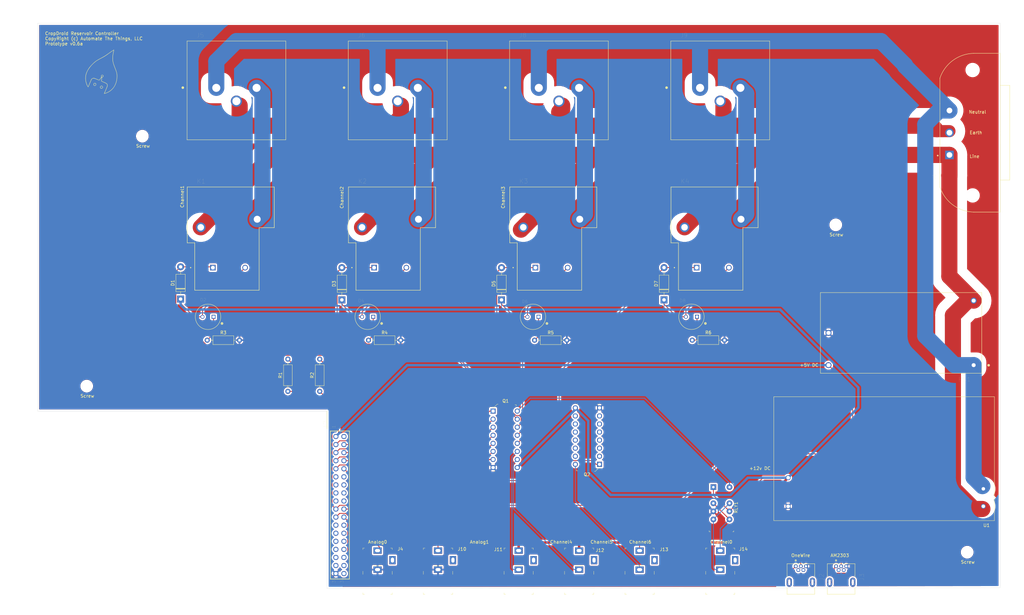
<source format=kicad_pcb>
(kicad_pcb (version 20171130) (host pcbnew 5.1.5-52549c5~84~ubuntu18.04.1)
  (title_block (title "CropDroid Reservoir") (rev 0.6a) (company "Automate The Things, LLC") (comment 3 "License: Proprietary") (comment 4 "Author: Jeremy Hahn"))
  (layers (0 F.Cu signal) (31 B.Cu signal) (34 B.Paste user) (35 F.Paste user) (36 B.SilkS user) (37 F.SilkS user) (38 B.Mask user) (39 F.Mask user) (44 Edge.Cuts user))
  (net 0 "")
  (net 1 GND)
  (net 2 "Net-(J5-Pad2)")
  (net 3 "Net-(Q1-Pad16)")
  (net 4 "Net-(J3-Pad2)")
  (net 5 "Net-(D1-Pad2)")
  (net 6 "Net-(D3-Pad2)")
  (net 7 "Net-(J1-Pad2)")
  (net 8 "Net-(D2-Pad1)")
  (net 9 "Net-(D4-Pad1)")
  (net 10 "Net-(D5-Pad2)")
  (net 11 "Net-(D6-Pad1)")
  (net 12 "Net-(J1-Pad1)")
  (net 13 "Net-(J1-Pad3)")
  (net 14 "Net-(J2-Pad2)")
  (net 15 "Net-(D7-Pad2)")
  (net 16 "Net-(D8-Pad1)")
  (net 17 "Net-(J4-Pad3)")
  (net 18 "Net-(J6-Pad2)")
  (net 19 "Net-(Q2-Pad15)")
  (net 20 "Net-(Q2-Pad14)")
  (net 21 "Net-(Q2-Pad13)")
  (net 22 "Net-(Q2-Pad12)")
  (net 23 "Net-(Q2-Pad11)")
  (net 24 "Net-(Q2-Pad10)")
  (net 25 "Net-(Q2-Pad7)")
  (net 26 "Net-(Q2-Pad6)")
  (net 27 "Net-(Q2-Pad5)")
  (net 28 "Net-(Q2-Pad4)")
  (net 29 "Net-(Q2-Pad3)")
  (net 30 "Net-(Q2-Pad2)")
  (net 31 "Net-(D1-Pad1)")
  (net 32 "Net-(J2-Pad4)")
  (net 33 "Net-(J2-Pad3)")
  (net 34 "Net-(J3-Pad3)")
  (net 35 "Net-(J4-Pad1)")
  (net 36 "Net-(J7-Pad36)")
  (net 37 "Net-(J7-Pad34)")
  (net 38 "Net-(J7-Pad33)")
  (net 39 "Net-(J7-Pad32)")
  (net 40 "Net-(J7-Pad31)")
  (net 41 "Net-(J7-Pad30)")
  (net 42 "Net-(J7-Pad29)")
  (net 43 "Net-(J7-Pad28)")
  (net 44 "Net-(J7-Pad27)")
  (net 45 "Net-(J7-Pad26)")
  (net 46 "Net-(J7-Pad25)")
  (net 47 "Net-(J7-Pad24)")
  (net 48 "Net-(J7-Pad23)")
  (net 49 "Net-(J10-Pad1)")
  (net 50 "Net-(J7-Pad18)")
  (net 51 "Net-(J7-Pad17)")
  (net 52 "Net-(J7-Pad16)")
  (net 53 "Net-(J7-Pad15)")
  (net 54 "Net-(J7-Pad14)")
  (net 55 "Net-(J7-Pad13)")
  (net 56 "Net-(J7-Pad12)")
  (net 57 "Net-(J7-Pad11)")
  (net 58 "Net-(J7-Pad10)")
  (net 59 "Net-(J7-Pad9)")
  (net 60 "Net-(J7-Pad8)")
  (net 61 "Net-(J7-Pad7)")
  (net 62 "Net-(J7-Pad6)")
  (net 63 "Net-(J7-Pad5)")
  (net 64 "Net-(J7-Pad4)")
  (net 65 "Net-(J7-Pad3)")
  (net 66 "Net-(J7-Pad2)")
  (net 67 "Net-(J8-Pad2)")
  (net 68 "Net-(J9-Pad2)")
  (net 69 "Net-(J10-Pad3)")
  (net 70 "Net-(J11-Pad2)")
  (net 71 "Net-(J11-Pad3)")
  (net 72 "Net-(J12-Pad2)")
  (net 73 "Net-(J12-Pad3)")
  (net 74 "Net-(J13-Pad2)")
  (net 75 "Net-(J13-Pad3)")
  (net 76 "Net-(J14-Pad2)")
  (net 77 "Net-(J14-Pad1)")
  (net 78 "Net-(J14-Pad3)")
  (net 79 "Net-(J3-Pad1)")
  (net 80 "Net-(J2-Pad1)")
  (net 81 "Net-(J2-PadSH1)")
  (net 82 "Net-(J3-PadSH1)")
  (net 83 "Net-(J3-Pad4)")
  (module libraries:cropdroid_logo (layer F.Cu) (at 84.4042 51.2318)
    (fp_text reference G*** hide)
    (fp_text value LOGO hide)
  )
  (module drill-hole:Drill_Hole (layer F.Cu) (at 357.2002 202.6158)
    (fp_text reference Screw (at 0.2 3.1) (layer F.SilkS))
    (fp_text value Drill)
    (pad "" np_thru_hole circle (at 0 0) (size 3 3) (drill 3) (layers *.Cu *.Mask))
  )
  (module drill-hole:Drill_Hole (layer F.Cu) (at 315.7982 99.4918)
    (fp_text reference Screw (at 0.2 3.1) (layer F.SilkS))
    (fp_text value Drill)
    (pad "" np_thru_hole circle (at 0 0) (size 3 3) (drill 3) (layers *.Cu *.Mask))
  )
  (module drill-hole:Drill_Hole (layer F.Cu) (at 79.8322 150.2918)
    (fp_text reference Screw (at 0.2 3.1) (layer F.SilkS))
    (fp_text value Drill)
    (pad "" np_thru_hole circle (at 0 0) (size 3 3) (drill 3) (layers *.Cu *.Mask))
  )
  (module drill-hole:Drill_Hole (layer F.Cu) (at 97.3582 71.5518)
    (fp_text reference Screw (at 0.2 3.1) (layer F.SilkS))
    (fp_text value Drill)
    (pad "" np_thru_hole circle (at 0 0) (size 3 3) (drill 3) (layers *.Cu *.Mask))
  )
  (module 2172034-1:TE_2172034-1 (layer F.Cu) (at 317.5 212.09 270)
    (fp_text reference J3 (at -1.65152 -6.52996 90) (layer F.SilkS) (effects (font (size 1.401276 1.401276) (thickness 0.015))))
    (fp_text value 2172034-1)
    (fp_arc (start 0.6 3.65) (end 0.6 3.3) (angle 90) (layer Edge.Cuts) (width 0.0001))
    (fp_arc (start 0.6 3.65) (end 0.95 3.65) (angle 90) (layer Edge.Cuts) (width 0.0001))
    (fp_arc (start -0.6 3.65) (end -0.6 4) (angle 90) (layer Edge.Cuts) (width 0.0001))
    (fp_arc (start -0.6 3.65) (end -0.95 3.65) (angle 90) (layer Edge.Cuts) (width 0.0001))
    (fp_line (start -0.6 4) (end 0.6 4) (layer Edge.Cuts) (width 0.0001))
    (fp_line (start -0.6 3.3) (end 0.6 3.3) (layer Edge.Cuts) (width 0.0001))
    (fp_poly (pts (xy 0 2.8) (xy -0.6 2.8) (xy -0.644486 2.801165) (xy -0.688849 2.804656) (xy -0.732969 2.810465) (xy -0.776725 2.818575) (xy -0.819996 2.828963) (xy -0.862664 2.841602) (xy -0.904613 2.856457) (xy -0.945726 2.873486) (xy -0.985892 2.892644) (xy -1.025 2.913878) (xy -1.062943 2.93713) (xy -1.099617 2.962336) (xy -1.134922 2.989426) (xy -1.168761 3.018327) (xy -1.201041 3.048959) (xy -1.231673 3.081239) (xy -1.260574 3.115078) (xy -1.287664 3.150383) (xy -1.31287 3.187057) (xy -1.336122 3.225) (xy -1.357356 3.264108) (xy -1.376514 3.304274) (xy -1.393543 3.345387) (xy -1.408398 3.387336) (xy -1.421037 3.430004) (xy -1.431425 3.473275) (xy -1.439535 3.517031) (xy -1.445344 3.561151) (xy -1.448835 3.605514) (xy -1.45 3.65) (xy -0.95 3.65) (xy -0.94952 3.631682) (xy -0.948083 3.613415) (xy -0.945691 3.595248) (xy -0.942352 3.577231) (xy -0.938074 3.559413) (xy -0.93287 3.541844) (xy -0.926753 3.524571) (xy -0.919741 3.507642) (xy -0.911852 3.491103) (xy -0.903109 3.475) (xy -0.893535 3.459376) (xy -0.883156 3.444275) (xy -0.872001 3.429738) (xy -0.860101 3.415804) (xy -0.847487 3.402513) (xy -0.834196 3.389899) (xy -0.820262 3.377999) (xy -0.805725 3.366844) (xy -0.790624 3.356465) (xy -0.775 3.346891) (xy -0.758897 3.338148) (xy -0.742358 3.330259) (xy -0.725429 3.323247) (xy -0.708156 3.31713) (xy -0.690587 3.311926) (xy -0.672769 3.307648) (xy -0.654752 3.304309) (xy -0.636585 3.301917) (xy -0.618318 3.30048) (xy -0.6 3.3) (xy 0 3.3) (xy 0 2.8)) (layer B.Cu) (width 0.0001))
    (fp_poly (pts (xy 0 4.5) (xy -0.6 4.5) (xy -0.644486 4.498835) (xy -0.688849 4.495344) (xy -0.732969 4.489535) (xy -0.776725 4.481425) (xy -0.819996 4.471037) (xy -0.862664 4.458398) (xy -0.904613 4.443543) (xy -0.945726 4.426514) (xy -0.985892 4.407356) (xy -1.025 4.386122) (xy -1.062943 4.36287) (xy -1.099617 4.337664) (xy -1.134922 4.310574) (xy -1.168761 4.281673) (xy -1.201041 4.251041) (xy -1.231673 4.218761) (xy -1.260574 4.184922) (xy -1.287664 4.149617) (xy -1.31287 4.112943) (xy -1.336122 4.075) (xy -1.357356 4.035892) (xy -1.376514 3.995726) (xy -1.393543 3.954613) (xy -1.408398 3.912664) (xy -1.421037 3.869996) (xy -1.431425 3.826725) (xy -1.439535 3.782969) (xy -1.445344 3.738849) (xy -1.448835 3.694486) (xy -1.45 3.65) (xy -0.95 3.65) (xy -0.94952 3.668318) (xy -0.948083 3.686585) (xy -0.945691 3.704752) (xy -0.942352 3.722769) (xy -0.938074 3.740587) (xy -0.93287 3.758156) (xy -0.926753 3.775429) (xy -0.919741 3.792358) (xy -0.911852 3.808897) (xy -0.903109 3.825) (xy -0.893535 3.840624) (xy -0.883156 3.855725) (xy -0.872001 3.870262) (xy -0.860101 3.884196) (xy -0.847487 3.897487) (xy -0.834196 3.910101) (xy -0.820262 3.922001) (xy -0.805725 3.933156) (xy -0.790624 3.943535) (xy -0.775 3.953109) (xy -0.758897 3.961852) (xy -0.742358 3.969741) (xy -0.725429 3.976753) (xy -0.708156 3.98287) (xy -0.690587 3.988074) (xy -0.672769 3.992352) (xy -0.654752 3.995691) (xy -0.636585 3.998083) (xy -0.618318 3.99952) (xy -0.6 4) (xy 0 4) (xy 0 4.5)) (layer B.Cu) (width 0.0001))
    (fp_poly (pts (xy 0 4.5) (xy 0.6 4.5) (xy 0.644486 4.498835) (xy 0.688849 4.495344) (xy 0.732969 4.489535) (xy 0.776725 4.481425) (xy 0.819996 4.471037) (xy 0.862664 4.458398) (xy 0.904613 4.443543) (xy 0.945726 4.426514) (xy 0.985892 4.407356) (xy 1.025 4.386122) (xy 1.062943 4.36287) (xy 1.099617 4.337664) (xy 1.134922 4.310574) (xy 1.168761 4.281673) (xy 1.201041 4.251041) (xy 1.231673 4.218761) (xy 1.260574 4.184922) (xy 1.287664 4.149617) (xy 1.31287 4.112943) (xy 1.336122 4.075) (xy 1.357356 4.035892) (xy 1.376514 3.995726) (xy 1.393543 3.954613) (xy 1.408398 3.912664) (xy 1.421037 3.869996) (xy 1.431425 3.826725) (xy 1.439535 3.782969) (xy 1.445344 3.738849) (xy 1.448835 3.694486) (xy 1.45 3.65) (xy 0.95 3.65) (xy 0.94952 3.668318) (xy 0.948083 3.686585) (xy 0.945691 3.704752) (xy 0.942352 3.722769) (xy 0.938074 3.740587) (xy 0.93287 3.758156) (xy 0.926753 3.775429) (xy 0.919741 3.792358) (xy 0.911852 3.808897) (xy 0.903109 3.825) (xy 0.893535 3.840624) (xy 0.883156 3.855725) (xy 0.872001 3.870262) (xy 0.860101 3.884196) (xy 0.847487 3.897487) (xy 0.834196 3.910101) (xy 0.820262 3.922001) (xy 0.805725 3.933156) (xy 0.790624 3.943535) (xy 0.775 3.953109) (xy 0.758897 3.961852) (xy 0.742358 3.969741) (xy 0.725429 3.976753) (xy 0.708156 3.98287) (xy 0.690587 3.988074) (xy 0.672769 3.992352) (xy 0.654752 3.995691) (xy 0.636585 3.998083) (xy 0.618318 3.99952) (xy 0.6 4) (xy 0 4) (xy 0 4.5)) (layer B.Cu) (width 0.0001))
    (fp_poly (pts (xy 0 2.8) (xy 0.6 2.8) (xy 0.644486 2.801165) (xy 0.688849 2.804656) (xy 0.732969 2.810465) (xy 0.776725 2.818575) (xy 0.819996 2.828963) (xy 0.862664 2.841602) (xy 0.904613 2.856457) (xy 0.945726 2.873486) (xy 0.985892 2.892644) (xy 1.025 2.913878) (xy 1.062943 2.93713) (xy 1.099617 2.962336) (xy 1.134922 2.989426) (xy 1.168761 3.018327) (xy 1.201041 3.048959) (xy 1.231673 3.081239) (xy 1.260574 3.115078) (xy 1.287664 3.150383) (xy 1.31287 3.187057) (xy 1.336122 3.225) (xy 1.357356 3.264108) (xy 1.376514 3.304274) (xy 1.393543 3.345387) (xy 1.408398 3.387336) (xy 1.421037 3.430004) (xy 1.431425 3.473275) (xy 1.439535 3.517031) (xy 1.445344 3.561151) (xy 1.448835 3.605514) (xy 1.45 3.65) (xy 0.95 3.65) (xy 0.94952 3.631682) (xy 0.948083 3.613415) (xy 0.945691 3.595248) (xy 0.942352 3.577231) (xy 0.938074 3.559413) (xy 0.93287 3.541844) (xy 0.926753 3.524571) (xy 0.919741 3.507642) (xy 0.911852 3.491103) (xy 0.903109 3.475) (xy 0.893535 3.459376) (xy 0.883156 3.444275) (xy 0.872001 3.429738) (xy 0.860101 3.415804) (xy 0.847487 3.402513) (xy 0.834196 3.389899) (xy 0.820262 3.377999) (xy 0.805725 3.366844) (xy 0.790624 3.356465) (xy 0.775 3.346891) (xy 0.758897 3.338148) (xy 0.742358 3.330259) (xy 0.725429 3.323247) (xy 0.708156 3.31713) (xy 0.690587 3.311926) (xy 0.672769 3.307648) (xy 0.654752 3.304309) (xy 0.636585 3.301917) (xy 0.618318 3.30048) (xy 0.6 3.3) (xy 0 3.3) (xy 0 2.8)) (layer B.Cu) (width 0.0001))
    (fp_poly (pts (xy 0 -4.5) (xy -0.6 -4.5) (xy -0.644486 -4.498835) (xy -0.688849 -4.495344) (xy -0.732969 -4.489535) (xy -0.776725 -4.481425) (xy -0.819996 -4.471037) (xy -0.862664 -4.458398) (xy -0.904613 -4.443543) (xy -0.945726 -4.426514) (xy -0.985892 -4.407356) (xy -1.025 -4.386122) (xy -1.062943 -4.36287) (xy -1.099617 -4.337664) (xy -1.134922 -4.310574) (xy -1.168761 -4.281673) (xy -1.201041 -4.251041) (xy -1.231673 -4.218761) (xy -1.260574 -4.184922) (xy -1.287664 -4.149617) (xy -1.31287 -4.112943) (xy -1.336122 -4.075) (xy -1.357356 -4.035892) (xy -1.376514 -3.995726) (xy -1.393543 -3.954613) (xy -1.408398 -3.912664) (xy -1.421037 -3.869996) (xy -1.431425 -3.826725) (xy -1.439535 -3.782969) (xy -1.445344 -3.738849) (xy -1.448835 -3.694486) (xy -1.45 -3.65) (xy -0.95 -3.65) (xy -0.94952 -3.668318) (xy -0.948083 -3.686585) (xy -0.945691 -3.704752) (xy -0.942352 -3.722769) (xy -0.938074 -3.740587) (xy -0.93287 -3.758156) (xy -0.926753 -3.775429) (xy -0.919741 -3.792358) (xy -0.911852 -3.808897) (xy -0.903109 -3.825) (xy -0.893535 -3.840624) (xy -0.883156 -3.855725) (xy -0.872001 -3.870262) (xy -0.860101 -3.884196) (xy -0.847487 -3.897487) (xy -0.834196 -3.910101) (xy -0.820262 -3.922001) (xy -0.805725 -3.933156) (xy -0.790624 -3.943535) (xy -0.775 -3.953109) (xy -0.758897 -3.961852) (xy -0.742358 -3.969741) (xy -0.725429 -3.976753) (xy -0.708156 -3.98287) (xy -0.690587 -3.988074) (xy -0.672769 -3.992352) (xy -0.654752 -3.995691) (xy -0.636585 -3.998083) (xy -0.618318 -3.99952) (xy -0.6 -4) (xy 0 -4) (xy 0 -4.5)) (layer B.Cu) (width 0.0001))
    (fp_poly (pts (xy 0 -2.8) (xy -0.6 -2.8) (xy -0.644486 -2.801165) (xy -0.688849 -2.804656) (xy -0.732969 -2.810465) (xy -0.776725 -2.818575) (xy -0.819996 -2.828963) (xy -0.862664 -2.841602) (xy -0.904613 -2.856457) (xy -0.945726 -2.873486) (xy -0.985892 -2.892644) (xy -1.025 -2.913878) (xy -1.062943 -2.93713) (xy -1.099617 -2.962336) (xy -1.134922 -2.989426) (xy -1.168761 -3.018327) (xy -1.201041 -3.048959) (xy -1.231673 -3.081239) (xy -1.260574 -3.115078) (xy -1.287664 -3.150383) (xy -1.31287 -3.187057) (xy -1.336122 -3.225) (xy -1.357356 -3.264108) (xy -1.376514 -3.304274) (xy -1.393543 -3.345387) (xy -1.408398 -3.387336) (xy -1.421037 -3.430004) (xy -1.431425 -3.473275) (xy -1.439535 -3.517031) (xy -1.445344 -3.561151) (xy -1.448835 -3.605514) (xy -1.45 -3.65) (xy -0.95 -3.65) (xy -0.94952 -3.631682) (xy -0.948083 -3.613415) (xy -0.945691 -3.595248) (xy -0.942352 -3.577231) (xy -0.938074 -3.559413) (xy -0.93287 -3.541844) (xy -0.926753 -3.524571) (xy -0.919741 -3.507642) (xy -0.911852 -3.491103) (xy -0.903109 -3.475) (xy -0.893535 -3.459376) (xy -0.883156 -3.444275) (xy -0.872001 -3.429738) (xy -0.860101 -3.415804) (xy -0.847487 -3.402513) (xy -0.834196 -3.389899) (xy -0.820262 -3.377999) (xy -0.805725 -3.366844) (xy -0.790624 -3.356465) (xy -0.775 -3.346891) (xy -0.758897 -3.338148) (xy -0.742358 -3.330259) (xy -0.725429 -3.323247) (xy -0.708156 -3.31713) (xy -0.690587 -3.311926) (xy -0.672769 -3.307648) (xy -0.654752 -3.304309) (xy -0.636585 -3.301917) (xy -0.618318 -3.30048) (xy -0.6 -3.3) (xy 0 -3.3) (xy 0 -2.8)) (layer B.Cu) (width 0.0001))
    (fp_poly (pts (xy 0 -2.8) (xy 0.6 -2.8) (xy 0.644486 -2.801165) (xy 0.688849 -2.804656) (xy 0.732969 -2.810465) (xy 0.776725 -2.818575) (xy 0.819996 -2.828963) (xy 0.862664 -2.841602) (xy 0.904613 -2.856457) (xy 0.945726 -2.873486) (xy 0.985892 -2.892644) (xy 1.025 -2.913878) (xy 1.062943 -2.93713) (xy 1.099617 -2.962336) (xy 1.134922 -2.989426) (xy 1.168761 -3.018327) (xy 1.201041 -3.048959) (xy 1.231673 -3.081239) (xy 1.260574 -3.115078) (xy 1.287664 -3.150383) (xy 1.31287 -3.187057) (xy 1.336122 -3.225) (xy 1.357356 -3.264108) (xy 1.376514 -3.304274) (xy 1.393543 -3.345387) (xy 1.408398 -3.387336) (xy 1.421037 -3.430004) (xy 1.431425 -3.473275) (xy 1.439535 -3.517031) (xy 1.445344 -3.561151) (xy 1.448835 -3.605514) (xy 1.45 -3.65) (xy 0.95 -3.65) (xy 0.94952 -3.631682) (xy 0.948083 -3.613415) (xy 0.945691 -3.595248) (xy 0.942352 -3.577231) (xy 0.938074 -3.559413) (xy 0.93287 -3.541844) (xy 0.926753 -3.524571) (xy 0.919741 -3.507642) (xy 0.911852 -3.491103) (xy 0.903109 -3.475) (xy 0.893535 -3.459376) (xy 0.883156 -3.444275) (xy 0.872001 -3.429738) (xy 0.860101 -3.415804) (xy 0.847487 -3.402513) (xy 0.834196 -3.389899) (xy 0.820262 -3.377999) (xy 0.805725 -3.366844) (xy 0.790624 -3.356465) (xy 0.775 -3.346891) (xy 0.758897 -3.338148) (xy 0.742358 -3.330259) (xy 0.725429 -3.323247) (xy 0.708156 -3.31713) (xy 0.690587 -3.311926) (xy 0.672769 -3.307648) (xy 0.654752 -3.304309) (xy 0.636585 -3.301917) (xy 0.618318 -3.30048) (xy 0.6 -3.3) (xy 0 -3.3) (xy 0 -2.8)) (layer B.Cu) (width 0.0001))
    (fp_poly (pts (xy 0 -4.5) (xy 0.6 -4.5) (xy 0.644486 -4.498835) (xy 0.688849 -4.495344) (xy 0.732969 -4.489535) (xy 0.776725 -4.481425) (xy 0.819996 -4.471037) (xy 0.862664 -4.458398) (xy 0.904613 -4.443543) (xy 0.945726 -4.426514) (xy 0.985892 -4.407356) (xy 1.025 -4.386122) (xy 1.062943 -4.36287) (xy 1.099617 -4.337664) (xy 1.134922 -4.310574) (xy 1.168761 -4.281673) (xy 1.201041 -4.251041) (xy 1.231673 -4.218761) (xy 1.260574 -4.184922) (xy 1.287664 -4.149617) (xy 1.31287 -4.112943) (xy 1.336122 -4.075) (xy 1.357356 -4.035892) (xy 1.376514 -3.995726) (xy 1.393543 -3.954613) (xy 1.408398 -3.912664) (xy 1.421037 -3.869996) (xy 1.431425 -3.826725) (xy 1.439535 -3.782969) (xy 1.445344 -3.738849) (xy 1.448835 -3.694486) (xy 1.45 -3.65) (xy 0.95 -3.65) (xy 0.94952 -3.668318) (xy 0.948083 -3.686585) (xy 0.945691 -3.704752) (xy 0.942352 -3.722769) (xy 0.938074 -3.740587) (xy 0.93287 -3.758156) (xy 0.926753 -3.775429) (xy 0.919741 -3.792358) (xy 0.911852 -3.808897) (xy 0.903109 -3.825) (xy 0.893535 -3.840624) (xy 0.883156 -3.855725) (xy 0.872001 -3.870262) (xy 0.860101 -3.884196) (xy 0.847487 -3.897487) (xy 0.834196 -3.910101) (xy 0.820262 -3.922001) (xy 0.805725 -3.933156) (xy 0.790624 -3.943535) (xy 0.775 -3.953109) (xy 0.758897 -3.961852) (xy 0.742358 -3.969741) (xy 0.725429 -3.976753) (xy 0.708156 -3.98287) (xy 0.690587 -3.988074) (xy 0.672769 -3.992352) (xy 0.654752 -3.995691) (xy 0.636585 -3.998083) (xy 0.618318 -3.99952) (xy 0.6 -4) (xy 0 -4) (xy 0 -4.5)) (layer B.Cu) (width 0.0001))
    (fp_poly (pts (xy 0 2.8) (xy 0.6 2.8) (xy 0.644486 2.801165) (xy 0.688849 2.804656) (xy 0.732969 2.810465) (xy 0.776725 2.818575) (xy 0.819996 2.828963) (xy 0.862664 2.841602) (xy 0.904613 2.856457) (xy 0.945726 2.873486) (xy 0.985892 2.892644) (xy 1.025 2.913878) (xy 1.062943 2.93713) (xy 1.099617 2.962336) (xy 1.134922 2.989426) (xy 1.168761 3.018327) (xy 1.201041 3.048959) (xy 1.231673 3.081239) (xy 1.260574 3.115078) (xy 1.287664 3.150383) (xy 1.31287 3.187057) (xy 1.336122 3.225) (xy 1.357356 3.264108) (xy 1.376514 3.304274) (xy 1.393543 3.345387) (xy 1.408398 3.387336) (xy 1.421037 3.430004) (xy 1.431425 3.473275) (xy 1.439535 3.517031) (xy 1.445344 3.561151) (xy 1.448835 3.605514) (xy 1.45 3.65) (xy 0.95 3.65) (xy 0.94952 3.631682) (xy 0.948083 3.613415) (xy 0.945691 3.595248) (xy 0.942352 3.577231) (xy 0.938074 3.559413) (xy 0.93287 3.541844) (xy 0.926753 3.524571) (xy 0.919741 3.507642) (xy 0.911852 3.491103) (xy 0.903109 3.475) (xy 0.893535 3.459376) (xy 0.883156 3.444275) (xy 0.872001 3.429738) (xy 0.860101 3.415804) (xy 0.847487 3.402513) (xy 0.834196 3.389899) (xy 0.820262 3.377999) (xy 0.805725 3.366844) (xy 0.790624 3.356465) (xy 0.775 3.346891) (xy 0.758897 3.338148) (xy 0.742358 3.330259) (xy 0.725429 3.323247) (xy 0.708156 3.31713) (xy 0.690587 3.311926) (xy 0.672769 3.307648) (xy 0.654752 3.304309) (xy 0.636585 3.301917) (xy 0.618318 3.30048) (xy 0.6 3.3) (xy 0 3.3) (xy 0 2.8)) (layer F.Cu) (width 0.0001))
    (fp_poly (pts (xy 0 4.5) (xy 0.6 4.5) (xy 0.644486 4.498835) (xy 0.688849 4.495344) (xy 0.732969 4.489535) (xy 0.776725 4.481425) (xy 0.819996 4.471037) (xy 0.862664 4.458398) (xy 0.904613 4.443543) (xy 0.945726 4.426514) (xy 0.985892 4.407356) (xy 1.025 4.386122) (xy 1.062943 4.36287) (xy 1.099617 4.337664) (xy 1.134922 4.310574) (xy 1.168761 4.281673) (xy 1.201041 4.251041) (xy 1.231673 4.218761) (xy 1.260574 4.184922) (xy 1.287664 4.149617) (xy 1.31287 4.112943) (xy 1.336122 4.075) (xy 1.357356 4.035892) (xy 1.376514 3.995726) (xy 1.393543 3.954613) (xy 1.408398 3.912664) (xy 1.421037 3.869996) (xy 1.431425 3.826725) (xy 1.439535 3.782969) (xy 1.445344 3.738849) (xy 1.448835 3.694486) (xy 1.45 3.65) (xy 0.95 3.65) (xy 0.94952 3.668318) (xy 0.948083 3.686585) (xy 0.945691 3.704752) (xy 0.942352 3.722769) (xy 0.938074 3.740587) (xy 0.93287 3.758156) (xy 0.926753 3.775429) (xy 0.919741 3.792358) (xy 0.911852 3.808897) (xy 0.903109 3.825) (xy 0.893535 3.840624) (xy 0.883156 3.855725) (xy 0.872001 3.870262) (xy 0.860101 3.884196) (xy 0.847487 3.897487) (xy 0.834196 3.910101) (xy 0.820262 3.922001) (xy 0.805725 3.933156) (xy 0.790624 3.943535) (xy 0.775 3.953109) (xy 0.758897 3.961852) (xy 0.742358 3.969741) (xy 0.725429 3.976753) (xy 0.708156 3.98287) (xy 0.690587 3.988074) (xy 0.672769 3.992352) (xy 0.654752 3.995691) (xy 0.636585 3.998083) (xy 0.618318 3.99952) (xy 0.6 4) (xy 0 4) (xy 0 4.5)) (layer F.Cu) (width 0.0001))
    (fp_poly (pts (xy 0 4.5) (xy -0.6 4.5) (xy -0.644486 4.498835) (xy -0.688849 4.495344) (xy -0.732969 4.489535) (xy -0.776725 4.481425) (xy -0.819996 4.471037) (xy -0.862664 4.458398) (xy -0.904613 4.443543) (xy -0.945726 4.426514) (xy -0.985892 4.407356) (xy -1.025 4.386122) (xy -1.062943 4.36287) (xy -1.099617 4.337664) (xy -1.134922 4.310574) (xy -1.168761 4.281673) (xy -1.201041 4.251041) (xy -1.231673 4.218761) (xy -1.260574 4.184922) (xy -1.287664 4.149617) (xy -1.31287 4.112943) (xy -1.336122 4.075) (xy -1.357356 4.035892) (xy -1.376514 3.995726) (xy -1.393543 3.954613) (xy -1.408398 3.912664) (xy -1.421037 3.869996) (xy -1.431425 3.826725) (xy -1.439535 3.782969) (xy -1.445344 3.738849) (xy -1.448835 3.694486) (xy -1.45 3.65) (xy -0.95 3.65) (xy -0.94952 3.668318) (xy -0.948083 3.686585) (xy -0.945691 3.704752) (xy -0.942352 3.722769) (xy -0.938074 3.740587) (xy -0.93287 3.758156) (xy -0.926753 3.775429) (xy -0.919741 3.792358) (xy -0.911852 3.808897) (xy -0.903109 3.825) (xy -0.893535 3.840624) (xy -0.883156 3.855725) (xy -0.872001 3.870262) (xy -0.860101 3.884196) (xy -0.847487 3.897487) (xy -0.834196 3.910101) (xy -0.820262 3.922001) (xy -0.805725 3.933156) (xy -0.790624 3.943535) (xy -0.775 3.953109) (xy -0.758897 3.961852) (xy -0.742358 3.969741) (xy -0.725429 3.976753) (xy -0.708156 3.98287) (xy -0.690587 3.988074) (xy -0.672769 3.992352) (xy -0.654752 3.995691) (xy -0.636585 3.998083) (xy -0.618318 3.99952) (xy -0.6 4) (xy 0 4) (xy 0 4.5)) (layer F.Cu) (width 0.0001))
    (fp_poly (pts (xy 0 2.8) (xy -0.6 2.8) (xy -0.644486 2.801165) (xy -0.688849 2.804656) (xy -0.732969 2.810465) (xy -0.776725 2.818575) (xy -0.819996 2.828963) (xy -0.862664 2.841602) (xy -0.904613 2.856457) (xy -0.945726 2.873486) (xy -0.985892 2.892644) (xy -1.025 2.913878) (xy -1.062943 2.93713) (xy -1.099617 2.962336) (xy -1.134922 2.989426) (xy -1.168761 3.018327) (xy -1.201041 3.048959) (xy -1.231673 3.081239) (xy -1.260574 3.115078) (xy -1.287664 3.150383) (xy -1.31287 3.187057) (xy -1.336122 3.225) (xy -1.357356 3.264108) (xy -1.376514 3.304274) (xy -1.393543 3.345387) (xy -1.408398 3.387336) (xy -1.421037 3.430004) (xy -1.431425 3.473275) (xy -1.439535 3.517031) (xy -1.445344 3.561151) (xy -1.448835 3.605514) (xy -1.45 3.65) (xy -0.95 3.65) (xy -0.94952 3.631682) (xy -0.948083 3.613415) (xy -0.945691 3.595248) (xy -0.942352 3.577231) (xy -0.938074 3.559413) (xy -0.93287 3.541844) (xy -0.926753 3.524571) (xy -0.919741 3.507642) (xy -0.911852 3.491103) (xy -0.903109 3.475) (xy -0.893535 3.459376) (xy -0.883156 3.444275) (xy -0.872001 3.429738) (xy -0.860101 3.415804) (xy -0.847487 3.402513) (xy -0.834196 3.389899) (xy -0.820262 3.377999) (xy -0.805725 3.366844) (xy -0.790624 3.356465) (xy -0.775 3.346891) (xy -0.758897 3.338148) (xy -0.742358 3.330259) (xy -0.725429 3.323247) (xy -0.708156 3.31713) (xy -0.690587 3.311926) (xy -0.672769 3.307648) (xy -0.654752 3.304309) (xy -0.636585 3.301917) (xy -0.618318 3.30048) (xy -0.6 3.3) (xy 0 3.3) (xy 0 2.8)) (layer F.Cu) (width 0.0001))
    (fp_poly (pts (xy 0 -4.5) (xy 0.6 -4.5) (xy 0.644486 -4.498835) (xy 0.688849 -4.495344) (xy 0.732969 -4.489535) (xy 0.776725 -4.481425) (xy 0.819996 -4.471037) (xy 0.862664 -4.458398) (xy 0.904613 -4.443543) (xy 0.945726 -4.426514) (xy 0.985892 -4.407356) (xy 1.025 -4.386122) (xy 1.062943 -4.36287) (xy 1.099617 -4.337664) (xy 1.134922 -4.310574) (xy 1.168761 -4.281673) (xy 1.201041 -4.251041) (xy 1.231673 -4.218761) (xy 1.260574 -4.184922) (xy 1.287664 -4.149617) (xy 1.31287 -4.112943) (xy 1.336122 -4.075) (xy 1.357356 -4.035892) (xy 1.376514 -3.995726) (xy 1.393543 -3.954613) (xy 1.408398 -3.912664) (xy 1.421037 -3.869996) (xy 1.431425 -3.826725) (xy 1.439535 -3.782969) (xy 1.445344 -3.738849) (xy 1.448835 -3.694486) (xy 1.45 -3.65) (xy 0.95 -3.65) (xy 0.94952 -3.668318) (xy 0.948083 -3.686585) (xy 0.945691 -3.704752) (xy 0.942352 -3.722769) (xy 0.938074 -3.740587) (xy 0.93287 -3.758156) (xy 0.926753 -3.775429) (xy 0.919741 -3.792358) (xy 0.911852 -3.808897) (xy 0.903109 -3.825) (xy 0.893535 -3.840624) (xy 0.883156 -3.855725) (xy 0.872001 -3.870262) (xy 0.860101 -3.884196) (xy 0.847487 -3.897487) (xy 0.834196 -3.910101) (xy 0.820262 -3.922001) (xy 0.805725 -3.933156) (xy 0.790624 -3.943535) (xy 0.775 -3.953109) (xy 0.758897 -3.961852) (xy 0.742358 -3.969741) (xy 0.725429 -3.976753) (xy 0.708156 -3.98287) (xy 0.690587 -3.988074) (xy 0.672769 -3.992352) (xy 0.654752 -3.995691) (xy 0.636585 -3.998083) (xy 0.618318 -3.99952) (xy 0.6 -4) (xy 0 -4) (xy 0 -4.5)) (layer F.Cu) (width 0.0001))
    (fp_poly (pts (xy 0 -2.8) (xy 0.6 -2.8) (xy 0.644486 -2.801165) (xy 0.688849 -2.804656) (xy 0.732969 -2.810465) (xy 0.776725 -2.818575) (xy 0.819996 -2.828963) (xy 0.862664 -2.841602) (xy 0.904613 -2.856457) (xy 0.945726 -2.873486) (xy 0.985892 -2.892644) (xy 1.025 -2.913878) (xy 1.062943 -2.93713) (xy 1.099617 -2.962336) (xy 1.134922 -2.989426) (xy 1.168761 -3.018327) (xy 1.201041 -3.048959) (xy 1.231673 -3.081239) (xy 1.260574 -3.115078) (xy 1.287664 -3.150383) (xy 1.31287 -3.187057) (xy 1.336122 -3.225) (xy 1.357356 -3.264108) (xy 1.376514 -3.304274) (xy 1.393543 -3.345387) (xy 1.408398 -3.387336) (xy 1.421037 -3.430004) (xy 1.431425 -3.473275) (xy 1.439535 -3.517031) (xy 1.445344 -3.561151) (xy 1.448835 -3.605514) (xy 1.45 -3.65) (xy 0.95 -3.65) (xy 0.94952 -3.631682) (xy 0.948083 -3.613415) (xy 0.945691 -3.595248) (xy 0.942352 -3.577231) (xy 0.938074 -3.559413) (xy 0.93287 -3.541844) (xy 0.926753 -3.524571) (xy 0.919741 -3.507642) (xy 0.911852 -3.491103) (xy 0.903109 -3.475) (xy 0.893535 -3.459376) (xy 0.883156 -3.444275) (xy 0.872001 -3.429738) (xy 0.860101 -3.415804) (xy 0.847487 -3.402513) (xy 0.834196 -3.389899) (xy 0.820262 -3.377999) (xy 0.805725 -3.366844) (xy 0.790624 -3.356465) (xy 0.775 -3.346891) (xy 0.758897 -3.338148) (xy 0.742358 -3.330259) (xy 0.725429 -3.323247) (xy 0.708156 -3.31713) (xy 0.690587 -3.311926) (xy 0.672769 -3.307648) (xy 0.654752 -3.304309) (xy 0.636585 -3.301917) (xy 0.618318 -3.30048) (xy 0.6 -3.3) (xy 0 -3.3) (xy 0 -2.8)) (layer F.Cu) (width 0.0001))
    (fp_poly (pts (xy 0 -2.8) (xy -0.6 -2.8) (xy -0.644486 -2.801165) (xy -0.688849 -2.804656) (xy -0.732969 -2.810465) (xy -0.776725 -2.818575) (xy -0.819996 -2.828963) (xy -0.862664 -2.841602) (xy -0.904613 -2.856457) (xy -0.945726 -2.873486) (xy -0.985892 -2.892644) (xy -1.025 -2.913878) (xy -1.062943 -2.93713) (xy -1.099617 -2.962336) (xy -1.134922 -2.989426) (xy -1.168761 -3.018327) (xy -1.201041 -3.048959) (xy -1.231673 -3.081239) (xy -1.260574 -3.115078) (xy -1.287664 -3.150383) (xy -1.31287 -3.187057) (xy -1.336122 -3.225) (xy -1.357356 -3.264108) (xy -1.376514 -3.304274) (xy -1.393543 -3.345387) (xy -1.408398 -3.387336) (xy -1.421037 -3.430004) (xy -1.431425 -3.473275) (xy -1.439535 -3.517031) (xy -1.445344 -3.561151) (xy -1.448835 -3.605514) (xy -1.45 -3.65) (xy -0.95 -3.65) (xy -0.94952 -3.631682) (xy -0.948083 -3.613415) (xy -0.945691 -3.595248) (xy -0.942352 -3.577231) (xy -0.938074 -3.559413) (xy -0.93287 -3.541844) (xy -0.926753 -3.524571) (xy -0.919741 -3.507642) (xy -0.911852 -3.491103) (xy -0.903109 -3.475) (xy -0.893535 -3.459376) (xy -0.883156 -3.444275) (xy -0.872001 -3.429738) (xy -0.860101 -3.415804) (xy -0.847487 -3.402513) (xy -0.834196 -3.389899) (xy -0.820262 -3.377999) (xy -0.805725 -3.366844) (xy -0.790624 -3.356465) (xy -0.775 -3.346891) (xy -0.758897 -3.338148) (xy -0.742358 -3.330259) (xy -0.725429 -3.323247) (xy -0.708156 -3.31713) (xy -0.690587 -3.311926) (xy -0.672769 -3.307648) (xy -0.654752 -3.304309) (xy -0.636585 -3.301917) (xy -0.618318 -3.30048) (xy -0.6 -3.3) (xy 0 -3.3) (xy 0 -2.8)) (layer F.Cu) (width 0.0001))
    (fp_poly (pts (xy 0 -4.5) (xy -0.6 -4.5) (xy -0.644486 -4.498835) (xy -0.688849 -4.495344) (xy -0.732969 -4.489535) (xy -0.776725 -4.481425) (xy -0.819996 -4.471037) (xy -0.862664 -4.458398) (xy -0.904613 -4.443543) (xy -0.945726 -4.426514) (xy -0.985892 -4.407356) (xy -1.025 -4.386122) (xy -1.062943 -4.36287) (xy -1.099617 -4.337664) (xy -1.134922 -4.310574) (xy -1.168761 -4.281673) (xy -1.201041 -4.251041) (xy -1.231673 -4.218761) (xy -1.260574 -4.184922) (xy -1.287664 -4.149617) (xy -1.31287 -4.112943) (xy -1.336122 -4.075) (xy -1.357356 -4.035892) (xy -1.376514 -3.995726) (xy -1.393543 -3.954613) (xy -1.408398 -3.912664) (xy -1.421037 -3.869996) (xy -1.431425 -3.826725) (xy -1.439535 -3.782969) (xy -1.445344 -3.738849) (xy -1.448835 -3.694486) (xy -1.45 -3.65) (xy -0.95 -3.65) (xy -0.94952 -3.668318) (xy -0.948083 -3.686585) (xy -0.945691 -3.704752) (xy -0.942352 -3.722769) (xy -0.938074 -3.740587) (xy -0.93287 -3.758156) (xy -0.926753 -3.775429) (xy -0.919741 -3.792358) (xy -0.911852 -3.808897) (xy -0.903109 -3.825) (xy -0.893535 -3.840624) (xy -0.883156 -3.855725) (xy -0.872001 -3.870262) (xy -0.860101 -3.884196) (xy -0.847487 -3.897487) (xy -0.834196 -3.910101) (xy -0.820262 -3.922001) (xy -0.805725 -3.933156) (xy -0.790624 -3.943535) (xy -0.775 -3.953109) (xy -0.758897 -3.961852) (xy -0.742358 -3.969741) (xy -0.725429 -3.976753) (xy -0.708156 -3.98287) (xy -0.690587 -3.988074) (xy -0.672769 -3.992352) (xy -0.654752 -3.995691) (xy -0.636585 -3.998083) (xy -0.618318 -3.99952) (xy -0.6 -4) (xy 0 -4) (xy 0 -4.5)) (layer F.Cu) (width 0.0001))
    (fp_arc (start 0.6 -3.65) (end 0.6 -4) (angle 90) (layer Edge.Cuts) (width 0.0001))
    (fp_arc (start 0.6 -3.65) (end 0.95 -3.65) (angle 90) (layer Edge.Cuts) (width 0.0001))
    (fp_arc (start -0.6 -3.65) (end -0.6 -3.3) (angle 90) (layer Edge.Cuts) (width 0.0001))
    (fp_arc (start -0.6 -3.65) (end -0.95 -3.65) (angle 90) (layer Edge.Cuts) (width 0.0001))
    (fp_line (start -0.6 -3.3) (end 0.6 -3.3) (layer Edge.Cuts) (width 0.0001))
    (fp_line (start -0.6 -4) (end 0.6 -4) (layer Edge.Cuts) (width 0.0001))
    (pad SH2 smd rect (at -1.27 3.81 270) (size 0.1 0.1) (layers F.Cu) (net 82 "Net-(J3-PadSH1)"))
    (pad SH1 smd rect (at -1.27 -3.81 270) (size 0.1 0.1) (layers F.Cu) (net 82 "Net-(J3-PadSH1)"))
    (pad None np_thru_hole circle (at 0 3.65 270) (size 0.7 0.7) (drill 0.7) (layers *.Cu *.Mask))
    (pad None np_thru_hole circle (at 0 -3.65 270) (size 0.7 0.7) (drill 0.7) (layers *.Cu *.Mask))
    (pad 1 thru_hole circle (at -5.05 1.6 270) (size 1.208 1.208) (drill 0.7) (layers *.Cu *.Mask) (net 79 "Net-(J3-Pad1)"))
    (pad 4 thru_hole circle (at -3.85 -0.8 270) (size 1.208 1.208) (drill 0.7) (layers *.Cu *.Mask) (net 83 "Net-(J3-Pad4)"))
    (pad 2 thru_hole circle (at -3.85 0.8 270) (size 1.208 1.208) (drill 0.7) (layers *.Cu *.Mask) (net 4 "Net-(J3-Pad2)"))
    (pad 5 thru_hole circle (at -5.05 -1.6 270) (size 1.208 1.208) (drill 0.7) (layers *.Cu *.Mask) (net 1 GND))
    (pad 3 thru_hole circle (at -5.05 0 270) (size 1.208 1.208) (drill 0.7) (layers *.Cu *.Mask) (net 34 "Net-(J3-Pad3)"))
  )
  (module 2172034-1:TE_2172034-1 (layer F.Cu) (at 304.8 212.09 270)
    (fp_text reference J2 (at -1.65152 -6.52996 90) (layer F.SilkS) (effects (font (size 1.401276 1.401276) (thickness 0.015))))
    (fp_text value 2172034-1)
    (fp_arc (start 0.6 3.65) (end 0.6 3.3) (angle 90) (layer Edge.Cuts) (width 0.0001))
    (fp_arc (start 0.6 3.65) (end 0.95 3.65) (angle 90) (layer Edge.Cuts) (width 0.0001))
    (fp_arc (start -0.6 3.65) (end -0.6 4) (angle 90) (layer Edge.Cuts) (width 0.0001))
    (fp_arc (start -0.6 3.65) (end -0.95 3.65) (angle 90) (layer Edge.Cuts) (width 0.0001))
    (fp_line (start -0.6 4) (end 0.6 4) (layer Edge.Cuts) (width 0.0001))
    (fp_line (start -0.6 3.3) (end 0.6 3.3) (layer Edge.Cuts) (width 0.0001))
    (fp_poly (pts (xy 0 2.8) (xy -0.6 2.8) (xy -0.644486 2.801165) (xy -0.688849 2.804656) (xy -0.732969 2.810465) (xy -0.776725 2.818575) (xy -0.819996 2.828963) (xy -0.862664 2.841602) (xy -0.904613 2.856457) (xy -0.945726 2.873486) (xy -0.985892 2.892644) (xy -1.025 2.913878) (xy -1.062943 2.93713) (xy -1.099617 2.962336) (xy -1.134922 2.989426) (xy -1.168761 3.018327) (xy -1.201041 3.048959) (xy -1.231673 3.081239) (xy -1.260574 3.115078) (xy -1.287664 3.150383) (xy -1.31287 3.187057) (xy -1.336122 3.225) (xy -1.357356 3.264108) (xy -1.376514 3.304274) (xy -1.393543 3.345387) (xy -1.408398 3.387336) (xy -1.421037 3.430004) (xy -1.431425 3.473275) (xy -1.439535 3.517031) (xy -1.445344 3.561151) (xy -1.448835 3.605514) (xy -1.45 3.65) (xy -0.95 3.65) (xy -0.94952 3.631682) (xy -0.948083 3.613415) (xy -0.945691 3.595248) (xy -0.942352 3.577231) (xy -0.938074 3.559413) (xy -0.93287 3.541844) (xy -0.926753 3.524571) (xy -0.919741 3.507642) (xy -0.911852 3.491103) (xy -0.903109 3.475) (xy -0.893535 3.459376) (xy -0.883156 3.444275) (xy -0.872001 3.429738) (xy -0.860101 3.415804) (xy -0.847487 3.402513) (xy -0.834196 3.389899) (xy -0.820262 3.377999) (xy -0.805725 3.366844) (xy -0.790624 3.356465) (xy -0.775 3.346891) (xy -0.758897 3.338148) (xy -0.742358 3.330259) (xy -0.725429 3.323247) (xy -0.708156 3.31713) (xy -0.690587 3.311926) (xy -0.672769 3.307648) (xy -0.654752 3.304309) (xy -0.636585 3.301917) (xy -0.618318 3.30048) (xy -0.6 3.3) (xy 0 3.3) (xy 0 2.8)) (layer B.Cu) (width 0.0001))
    (fp_poly (pts (xy 0 4.5) (xy -0.6 4.5) (xy -0.644486 4.498835) (xy -0.688849 4.495344) (xy -0.732969 4.489535) (xy -0.776725 4.481425) (xy -0.819996 4.471037) (xy -0.862664 4.458398) (xy -0.904613 4.443543) (xy -0.945726 4.426514) (xy -0.985892 4.407356) (xy -1.025 4.386122) (xy -1.062943 4.36287) (xy -1.099617 4.337664) (xy -1.134922 4.310574) (xy -1.168761 4.281673) (xy -1.201041 4.251041) (xy -1.231673 4.218761) (xy -1.260574 4.184922) (xy -1.287664 4.149617) (xy -1.31287 4.112943) (xy -1.336122 4.075) (xy -1.357356 4.035892) (xy -1.376514 3.995726) (xy -1.393543 3.954613) (xy -1.408398 3.912664) (xy -1.421037 3.869996) (xy -1.431425 3.826725) (xy -1.439535 3.782969) (xy -1.445344 3.738849) (xy -1.448835 3.694486) (xy -1.45 3.65) (xy -0.95 3.65) (xy -0.94952 3.668318) (xy -0.948083 3.686585) (xy -0.945691 3.704752) (xy -0.942352 3.722769) (xy -0.938074 3.740587) (xy -0.93287 3.758156) (xy -0.926753 3.775429) (xy -0.919741 3.792358) (xy -0.911852 3.808897) (xy -0.903109 3.825) (xy -0.893535 3.840624) (xy -0.883156 3.855725) (xy -0.872001 3.870262) (xy -0.860101 3.884196) (xy -0.847487 3.897487) (xy -0.834196 3.910101) (xy -0.820262 3.922001) (xy -0.805725 3.933156) (xy -0.790624 3.943535) (xy -0.775 3.953109) (xy -0.758897 3.961852) (xy -0.742358 3.969741) (xy -0.725429 3.976753) (xy -0.708156 3.98287) (xy -0.690587 3.988074) (xy -0.672769 3.992352) (xy -0.654752 3.995691) (xy -0.636585 3.998083) (xy -0.618318 3.99952) (xy -0.6 4) (xy 0 4) (xy 0 4.5)) (layer B.Cu) (width 0.0001))
    (fp_poly (pts (xy 0 4.5) (xy 0.6 4.5) (xy 0.644486 4.498835) (xy 0.688849 4.495344) (xy 0.732969 4.489535) (xy 0.776725 4.481425) (xy 0.819996 4.471037) (xy 0.862664 4.458398) (xy 0.904613 4.443543) (xy 0.945726 4.426514) (xy 0.985892 4.407356) (xy 1.025 4.386122) (xy 1.062943 4.36287) (xy 1.099617 4.337664) (xy 1.134922 4.310574) (xy 1.168761 4.281673) (xy 1.201041 4.251041) (xy 1.231673 4.218761) (xy 1.260574 4.184922) (xy 1.287664 4.149617) (xy 1.31287 4.112943) (xy 1.336122 4.075) (xy 1.357356 4.035892) (xy 1.376514 3.995726) (xy 1.393543 3.954613) (xy 1.408398 3.912664) (xy 1.421037 3.869996) (xy 1.431425 3.826725) (xy 1.439535 3.782969) (xy 1.445344 3.738849) (xy 1.448835 3.694486) (xy 1.45 3.65) (xy 0.95 3.65) (xy 0.94952 3.668318) (xy 0.948083 3.686585) (xy 0.945691 3.704752) (xy 0.942352 3.722769) (xy 0.938074 3.740587) (xy 0.93287 3.758156) (xy 0.926753 3.775429) (xy 0.919741 3.792358) (xy 0.911852 3.808897) (xy 0.903109 3.825) (xy 0.893535 3.840624) (xy 0.883156 3.855725) (xy 0.872001 3.870262) (xy 0.860101 3.884196) (xy 0.847487 3.897487) (xy 0.834196 3.910101) (xy 0.820262 3.922001) (xy 0.805725 3.933156) (xy 0.790624 3.943535) (xy 0.775 3.953109) (xy 0.758897 3.961852) (xy 0.742358 3.969741) (xy 0.725429 3.976753) (xy 0.708156 3.98287) (xy 0.690587 3.988074) (xy 0.672769 3.992352) (xy 0.654752 3.995691) (xy 0.636585 3.998083) (xy 0.618318 3.99952) (xy 0.6 4) (xy 0 4) (xy 0 4.5)) (layer B.Cu) (width 0.0001))
    (fp_poly (pts (xy 0 2.8) (xy 0.6 2.8) (xy 0.644486 2.801165) (xy 0.688849 2.804656) (xy 0.732969 2.810465) (xy 0.776725 2.818575) (xy 0.819996 2.828963) (xy 0.862664 2.841602) (xy 0.904613 2.856457) (xy 0.945726 2.873486) (xy 0.985892 2.892644) (xy 1.025 2.913878) (xy 1.062943 2.93713) (xy 1.099617 2.962336) (xy 1.134922 2.989426) (xy 1.168761 3.018327) (xy 1.201041 3.048959) (xy 1.231673 3.081239) (xy 1.260574 3.115078) (xy 1.287664 3.150383) (xy 1.31287 3.187057) (xy 1.336122 3.225) (xy 1.357356 3.264108) (xy 1.376514 3.304274) (xy 1.393543 3.345387) (xy 1.408398 3.387336) (xy 1.421037 3.430004) (xy 1.431425 3.473275) (xy 1.439535 3.517031) (xy 1.445344 3.561151) (xy 1.448835 3.605514) (xy 1.45 3.65) (xy 0.95 3.65) (xy 0.94952 3.631682) (xy 0.948083 3.613415) (xy 0.945691 3.595248) (xy 0.942352 3.577231) (xy 0.938074 3.559413) (xy 0.93287 3.541844) (xy 0.926753 3.524571) (xy 0.919741 3.507642) (xy 0.911852 3.491103) (xy 0.903109 3.475) (xy 0.893535 3.459376) (xy 0.883156 3.444275) (xy 0.872001 3.429738) (xy 0.860101 3.415804) (xy 0.847487 3.402513) (xy 0.834196 3.389899) (xy 0.820262 3.377999) (xy 0.805725 3.366844) (xy 0.790624 3.356465) (xy 0.775 3.346891) (xy 0.758897 3.338148) (xy 0.742358 3.330259) (xy 0.725429 3.323247) (xy 0.708156 3.31713) (xy 0.690587 3.311926) (xy 0.672769 3.307648) (xy 0.654752 3.304309) (xy 0.636585 3.301917) (xy 0.618318 3.30048) (xy 0.6 3.3) (xy 0 3.3) (xy 0 2.8)) (layer B.Cu) (width 0.0001))
    (fp_poly (pts (xy 0 -4.5) (xy -0.6 -4.5) (xy -0.644486 -4.498835) (xy -0.688849 -4.495344) (xy -0.732969 -4.489535) (xy -0.776725 -4.481425) (xy -0.819996 -4.471037) (xy -0.862664 -4.458398) (xy -0.904613 -4.443543) (xy -0.945726 -4.426514) (xy -0.985892 -4.407356) (xy -1.025 -4.386122) (xy -1.062943 -4.36287) (xy -1.099617 -4.337664) (xy -1.134922 -4.310574) (xy -1.168761 -4.281673) (xy -1.201041 -4.251041) (xy -1.231673 -4.218761) (xy -1.260574 -4.184922) (xy -1.287664 -4.149617) (xy -1.31287 -4.112943) (xy -1.336122 -4.075) (xy -1.357356 -4.035892) (xy -1.376514 -3.995726) (xy -1.393543 -3.954613) (xy -1.408398 -3.912664) (xy -1.421037 -3.869996) (xy -1.431425 -3.826725) (xy -1.439535 -3.782969) (xy -1.445344 -3.738849) (xy -1.448835 -3.694486) (xy -1.45 -3.65) (xy -0.95 -3.65) (xy -0.94952 -3.668318) (xy -0.948083 -3.686585) (xy -0.945691 -3.704752) (xy -0.942352 -3.722769) (xy -0.938074 -3.740587) (xy -0.93287 -3.758156) (xy -0.926753 -3.775429) (xy -0.919741 -3.792358) (xy -0.911852 -3.808897) (xy -0.903109 -3.825) (xy -0.893535 -3.840624) (xy -0.883156 -3.855725) (xy -0.872001 -3.870262) (xy -0.860101 -3.884196) (xy -0.847487 -3.897487) (xy -0.834196 -3.910101) (xy -0.820262 -3.922001) (xy -0.805725 -3.933156) (xy -0.790624 -3.943535) (xy -0.775 -3.953109) (xy -0.758897 -3.961852) (xy -0.742358 -3.969741) (xy -0.725429 -3.976753) (xy -0.708156 -3.98287) (xy -0.690587 -3.988074) (xy -0.672769 -3.992352) (xy -0.654752 -3.995691) (xy -0.636585 -3.998083) (xy -0.618318 -3.99952) (xy -0.6 -4) (xy 0 -4) (xy 0 -4.5)) (layer B.Cu) (width 0.0001))
    (fp_poly (pts (xy 0 -2.8) (xy -0.6 -2.8) (xy -0.644486 -2.801165) (xy -0.688849 -2.804656) (xy -0.732969 -2.810465) (xy -0.776725 -2.818575) (xy -0.819996 -2.828963) (xy -0.862664 -2.841602) (xy -0.904613 -2.856457) (xy -0.945726 -2.873486) (xy -0.985892 -2.892644) (xy -1.025 -2.913878) (xy -1.062943 -2.93713) (xy -1.099617 -2.962336) (xy -1.134922 -2.989426) (xy -1.168761 -3.018327) (xy -1.201041 -3.048959) (xy -1.231673 -3.081239) (xy -1.260574 -3.115078) (xy -1.287664 -3.150383) (xy -1.31287 -3.187057) (xy -1.336122 -3.225) (xy -1.357356 -3.264108) (xy -1.376514 -3.304274) (xy -1.393543 -3.345387) (xy -1.408398 -3.387336) (xy -1.421037 -3.430004) (xy -1.431425 -3.473275) (xy -1.439535 -3.517031) (xy -1.445344 -3.561151) (xy -1.448835 -3.605514) (xy -1.45 -3.65) (xy -0.95 -3.65) (xy -0.94952 -3.631682) (xy -0.948083 -3.613415) (xy -0.945691 -3.595248) (xy -0.942352 -3.577231) (xy -0.938074 -3.559413) (xy -0.93287 -3.541844) (xy -0.926753 -3.524571) (xy -0.919741 -3.507642) (xy -0.911852 -3.491103) (xy -0.903109 -3.475) (xy -0.893535 -3.459376) (xy -0.883156 -3.444275) (xy -0.872001 -3.429738) (xy -0.860101 -3.415804) (xy -0.847487 -3.402513) (xy -0.834196 -3.389899) (xy -0.820262 -3.377999) (xy -0.805725 -3.366844) (xy -0.790624 -3.356465) (xy -0.775 -3.346891) (xy -0.758897 -3.338148) (xy -0.742358 -3.330259) (xy -0.725429 -3.323247) (xy -0.708156 -3.31713) (xy -0.690587 -3.311926) (xy -0.672769 -3.307648) (xy -0.654752 -3.304309) (xy -0.636585 -3.301917) (xy -0.618318 -3.30048) (xy -0.6 -3.3) (xy 0 -3.3) (xy 0 -2.8)) (layer B.Cu) (width 0.0001))
    (fp_poly (pts (xy 0 -2.8) (xy 0.6 -2.8) (xy 0.644486 -2.801165) (xy 0.688849 -2.804656) (xy 0.732969 -2.810465) (xy 0.776725 -2.818575) (xy 0.819996 -2.828963) (xy 0.862664 -2.841602) (xy 0.904613 -2.856457) (xy 0.945726 -2.873486) (xy 0.985892 -2.892644) (xy 1.025 -2.913878) (xy 1.062943 -2.93713) (xy 1.099617 -2.962336) (xy 1.134922 -2.989426) (xy 1.168761 -3.018327) (xy 1.201041 -3.048959) (xy 1.231673 -3.081239) (xy 1.260574 -3.115078) (xy 1.287664 -3.150383) (xy 1.31287 -3.187057) (xy 1.336122 -3.225) (xy 1.357356 -3.264108) (xy 1.376514 -3.304274) (xy 1.393543 -3.345387) (xy 1.408398 -3.387336) (xy 1.421037 -3.430004) (xy 1.431425 -3.473275) (xy 1.439535 -3.517031) (xy 1.445344 -3.561151) (xy 1.448835 -3.605514) (xy 1.45 -3.65) (xy 0.95 -3.65) (xy 0.94952 -3.631682) (xy 0.948083 -3.613415) (xy 0.945691 -3.595248) (xy 0.942352 -3.577231) (xy 0.938074 -3.559413) (xy 0.93287 -3.541844) (xy 0.926753 -3.524571) (xy 0.919741 -3.507642) (xy 0.911852 -3.491103) (xy 0.903109 -3.475) (xy 0.893535 -3.459376) (xy 0.883156 -3.444275) (xy 0.872001 -3.429738) (xy 0.860101 -3.415804) (xy 0.847487 -3.402513) (xy 0.834196 -3.389899) (xy 0.820262 -3.377999) (xy 0.805725 -3.366844) (xy 0.790624 -3.356465) (xy 0.775 -3.346891) (xy 0.758897 -3.338148) (xy 0.742358 -3.330259) (xy 0.725429 -3.323247) (xy 0.708156 -3.31713) (xy 0.690587 -3.311926) (xy 0.672769 -3.307648) (xy 0.654752 -3.304309) (xy 0.636585 -3.301917) (xy 0.618318 -3.30048) (xy 0.6 -3.3) (xy 0 -3.3) (xy 0 -2.8)) (layer B.Cu) (width 0.0001))
    (fp_poly (pts (xy 0 -4.5) (xy 0.6 -4.5) (xy 0.644486 -4.498835) (xy 0.688849 -4.495344) (xy 0.732969 -4.489535) (xy 0.776725 -4.481425) (xy 0.819996 -4.471037) (xy 0.862664 -4.458398) (xy 0.904613 -4.443543) (xy 0.945726 -4.426514) (xy 0.985892 -4.407356) (xy 1.025 -4.386122) (xy 1.062943 -4.36287) (xy 1.099617 -4.337664) (xy 1.134922 -4.310574) (xy 1.168761 -4.281673) (xy 1.201041 -4.251041) (xy 1.231673 -4.218761) (xy 1.260574 -4.184922) (xy 1.287664 -4.149617) (xy 1.31287 -4.112943) (xy 1.336122 -4.075) (xy 1.357356 -4.035892) (xy 1.376514 -3.995726) (xy 1.393543 -3.954613) (xy 1.408398 -3.912664) (xy 1.421037 -3.869996) (xy 1.431425 -3.826725) (xy 1.439535 -3.782969) (xy 1.445344 -3.738849) (xy 1.448835 -3.694486) (xy 1.45 -3.65) (xy 0.95 -3.65) (xy 0.94952 -3.668318) (xy 0.948083 -3.686585) (xy 0.945691 -3.704752) (xy 0.942352 -3.722769) (xy 0.938074 -3.740587) (xy 0.93287 -3.758156) (xy 0.926753 -3.775429) (xy 0.919741 -3.792358) (xy 0.911852 -3.808897) (xy 0.903109 -3.825) (xy 0.893535 -3.840624) (xy 0.883156 -3.855725) (xy 0.872001 -3.870262) (xy 0.860101 -3.884196) (xy 0.847487 -3.897487) (xy 0.834196 -3.910101) (xy 0.820262 -3.922001) (xy 0.805725 -3.933156) (xy 0.790624 -3.943535) (xy 0.775 -3.953109) (xy 0.758897 -3.961852) (xy 0.742358 -3.969741) (xy 0.725429 -3.976753) (xy 0.708156 -3.98287) (xy 0.690587 -3.988074) (xy 0.672769 -3.992352) (xy 0.654752 -3.995691) (xy 0.636585 -3.998083) (xy 0.618318 -3.99952) (xy 0.6 -4) (xy 0 -4) (xy 0 -4.5)) (layer B.Cu) (width 0.0001))
    (fp_poly (pts (xy 0 2.8) (xy 0.6 2.8) (xy 0.644486 2.801165) (xy 0.688849 2.804656) (xy 0.732969 2.810465) (xy 0.776725 2.818575) (xy 0.819996 2.828963) (xy 0.862664 2.841602) (xy 0.904613 2.856457) (xy 0.945726 2.873486) (xy 0.985892 2.892644) (xy 1.025 2.913878) (xy 1.062943 2.93713) (xy 1.099617 2.962336) (xy 1.134922 2.989426) (xy 1.168761 3.018327) (xy 1.201041 3.048959) (xy 1.231673 3.081239) (xy 1.260574 3.115078) (xy 1.287664 3.150383) (xy 1.31287 3.187057) (xy 1.336122 3.225) (xy 1.357356 3.264108) (xy 1.376514 3.304274) (xy 1.393543 3.345387) (xy 1.408398 3.387336) (xy 1.421037 3.430004) (xy 1.431425 3.473275) (xy 1.439535 3.517031) (xy 1.445344 3.561151) (xy 1.448835 3.605514) (xy 1.45 3.65) (xy 0.95 3.65) (xy 0.94952 3.631682) (xy 0.948083 3.613415) (xy 0.945691 3.595248) (xy 0.942352 3.577231) (xy 0.938074 3.559413) (xy 0.93287 3.541844) (xy 0.926753 3.524571) (xy 0.919741 3.507642) (xy 0.911852 3.491103) (xy 0.903109 3.475) (xy 0.893535 3.459376) (xy 0.883156 3.444275) (xy 0.872001 3.429738) (xy 0.860101 3.415804) (xy 0.847487 3.402513) (xy 0.834196 3.389899) (xy 0.820262 3.377999) (xy 0.805725 3.366844) (xy 0.790624 3.356465) (xy 0.775 3.346891) (xy 0.758897 3.338148) (xy 0.742358 3.330259) (xy 0.725429 3.323247) (xy 0.708156 3.31713) (xy 0.690587 3.311926) (xy 0.672769 3.307648) (xy 0.654752 3.304309) (xy 0.636585 3.301917) (xy 0.618318 3.30048) (xy 0.6 3.3) (xy 0 3.3) (xy 0 2.8)) (layer F.Cu) (width 0.0001))
    (fp_poly (pts (xy 0 4.5) (xy 0.6 4.5) (xy 0.644486 4.498835) (xy 0.688849 4.495344) (xy 0.732969 4.489535) (xy 0.776725 4.481425) (xy 0.819996 4.471037) (xy 0.862664 4.458398) (xy 0.904613 4.443543) (xy 0.945726 4.426514) (xy 0.985892 4.407356) (xy 1.025 4.386122) (xy 1.062943 4.36287) (xy 1.099617 4.337664) (xy 1.134922 4.310574) (xy 1.168761 4.281673) (xy 1.201041 4.251041) (xy 1.231673 4.218761) (xy 1.260574 4.184922) (xy 1.287664 4.149617) (xy 1.31287 4.112943) (xy 1.336122 4.075) (xy 1.357356 4.035892) (xy 1.376514 3.995726) (xy 1.393543 3.954613) (xy 1.408398 3.912664) (xy 1.421037 3.869996) (xy 1.431425 3.826725) (xy 1.439535 3.782969) (xy 1.445344 3.738849) (xy 1.448835 3.694486) (xy 1.45 3.65) (xy 0.95 3.65) (xy 0.94952 3.668318) (xy 0.948083 3.686585) (xy 0.945691 3.704752) (xy 0.942352 3.722769) (xy 0.938074 3.740587) (xy 0.93287 3.758156) (xy 0.926753 3.775429) (xy 0.919741 3.792358) (xy 0.911852 3.808897) (xy 0.903109 3.825) (xy 0.893535 3.840624) (xy 0.883156 3.855725) (xy 0.872001 3.870262) (xy 0.860101 3.884196) (xy 0.847487 3.897487) (xy 0.834196 3.910101) (xy 0.820262 3.922001) (xy 0.805725 3.933156) (xy 0.790624 3.943535) (xy 0.775 3.953109) (xy 0.758897 3.961852) (xy 0.742358 3.969741) (xy 0.725429 3.976753) (xy 0.708156 3.98287) (xy 0.690587 3.988074) (xy 0.672769 3.992352) (xy 0.654752 3.995691) (xy 0.636585 3.998083) (xy 0.618318 3.99952) (xy 0.6 4) (xy 0 4) (xy 0 4.5)) (layer F.Cu) (width 0.0001))
    (fp_poly (pts (xy 0 4.5) (xy -0.6 4.5) (xy -0.644486 4.498835) (xy -0.688849 4.495344) (xy -0.732969 4.489535) (xy -0.776725 4.481425) (xy -0.819996 4.471037) (xy -0.862664 4.458398) (xy -0.904613 4.443543) (xy -0.945726 4.426514) (xy -0.985892 4.407356) (xy -1.025 4.386122) (xy -1.062943 4.36287) (xy -1.099617 4.337664) (xy -1.134922 4.310574) (xy -1.168761 4.281673) (xy -1.201041 4.251041) (xy -1.231673 4.218761) (xy -1.260574 4.184922) (xy -1.287664 4.149617) (xy -1.31287 4.112943) (xy -1.336122 4.075) (xy -1.357356 4.035892) (xy -1.376514 3.995726) (xy -1.393543 3.954613) (xy -1.408398 3.912664) (xy -1.421037 3.869996) (xy -1.431425 3.826725) (xy -1.439535 3.782969) (xy -1.445344 3.738849) (xy -1.448835 3.694486) (xy -1.45 3.65) (xy -0.95 3.65) (xy -0.94952 3.668318) (xy -0.948083 3.686585) (xy -0.945691 3.704752) (xy -0.942352 3.722769) (xy -0.938074 3.740587) (xy -0.93287 3.758156) (xy -0.926753 3.775429) (xy -0.919741 3.792358) (xy -0.911852 3.808897) (xy -0.903109 3.825) (xy -0.893535 3.840624) (xy -0.883156 3.855725) (xy -0.872001 3.870262) (xy -0.860101 3.884196) (xy -0.847487 3.897487) (xy -0.834196 3.910101) (xy -0.820262 3.922001) (xy -0.805725 3.933156) (xy -0.790624 3.943535) (xy -0.775 3.953109) (xy -0.758897 3.961852) (xy -0.742358 3.969741) (xy -0.725429 3.976753) (xy -0.708156 3.98287) (xy -0.690587 3.988074) (xy -0.672769 3.992352) (xy -0.654752 3.995691) (xy -0.636585 3.998083) (xy -0.618318 3.99952) (xy -0.6 4) (xy 0 4) (xy 0 4.5)) (layer F.Cu) (width 0.0001))
    (fp_poly (pts (xy 0 2.8) (xy -0.6 2.8) (xy -0.644486 2.801165) (xy -0.688849 2.804656) (xy -0.732969 2.810465) (xy -0.776725 2.818575) (xy -0.819996 2.828963) (xy -0.862664 2.841602) (xy -0.904613 2.856457) (xy -0.945726 2.873486) (xy -0.985892 2.892644) (xy -1.025 2.913878) (xy -1.062943 2.93713) (xy -1.099617 2.962336) (xy -1.134922 2.989426) (xy -1.168761 3.018327) (xy -1.201041 3.048959) (xy -1.231673 3.081239) (xy -1.260574 3.115078) (xy -1.287664 3.150383) (xy -1.31287 3.187057) (xy -1.336122 3.225) (xy -1.357356 3.264108) (xy -1.376514 3.304274) (xy -1.393543 3.345387) (xy -1.408398 3.387336) (xy -1.421037 3.430004) (xy -1.431425 3.473275) (xy -1.439535 3.517031) (xy -1.445344 3.561151) (xy -1.448835 3.605514) (xy -1.45 3.65) (xy -0.95 3.65) (xy -0.94952 3.631682) (xy -0.948083 3.613415) (xy -0.945691 3.595248) (xy -0.942352 3.577231) (xy -0.938074 3.559413) (xy -0.93287 3.541844) (xy -0.926753 3.524571) (xy -0.919741 3.507642) (xy -0.911852 3.491103) (xy -0.903109 3.475) (xy -0.893535 3.459376) (xy -0.883156 3.444275) (xy -0.872001 3.429738) (xy -0.860101 3.415804) (xy -0.847487 3.402513) (xy -0.834196 3.389899) (xy -0.820262 3.377999) (xy -0.805725 3.366844) (xy -0.790624 3.356465) (xy -0.775 3.346891) (xy -0.758897 3.338148) (xy -0.742358 3.330259) (xy -0.725429 3.323247) (xy -0.708156 3.31713) (xy -0.690587 3.311926) (xy -0.672769 3.307648) (xy -0.654752 3.304309) (xy -0.636585 3.301917) (xy -0.618318 3.30048) (xy -0.6 3.3) (xy 0 3.3) (xy 0 2.8)) (layer F.Cu) (width 0.0001))
    (fp_poly (pts (xy 0 -4.5) (xy 0.6 -4.5) (xy 0.644486 -4.498835) (xy 0.688849 -4.495344) (xy 0.732969 -4.489535) (xy 0.776725 -4.481425) (xy 0.819996 -4.471037) (xy 0.862664 -4.458398) (xy 0.904613 -4.443543) (xy 0.945726 -4.426514) (xy 0.985892 -4.407356) (xy 1.025 -4.386122) (xy 1.062943 -4.36287) (xy 1.099617 -4.337664) (xy 1.134922 -4.310574) (xy 1.168761 -4.281673) (xy 1.201041 -4.251041) (xy 1.231673 -4.218761) (xy 1.260574 -4.184922) (xy 1.287664 -4.149617) (xy 1.31287 -4.112943) (xy 1.336122 -4.075) (xy 1.357356 -4.035892) (xy 1.376514 -3.995726) (xy 1.393543 -3.954613) (xy 1.408398 -3.912664) (xy 1.421037 -3.869996) (xy 1.431425 -3.826725) (xy 1.439535 -3.782969) (xy 1.445344 -3.738849) (xy 1.448835 -3.694486) (xy 1.45 -3.65) (xy 0.95 -3.65) (xy 0.94952 -3.668318) (xy 0.948083 -3.686585) (xy 0.945691 -3.704752) (xy 0.942352 -3.722769) (xy 0.938074 -3.740587) (xy 0.93287 -3.758156) (xy 0.926753 -3.775429) (xy 0.919741 -3.792358) (xy 0.911852 -3.808897) (xy 0.903109 -3.825) (xy 0.893535 -3.840624) (xy 0.883156 -3.855725) (xy 0.872001 -3.870262) (xy 0.860101 -3.884196) (xy 0.847487 -3.897487) (xy 0.834196 -3.910101) (xy 0.820262 -3.922001) (xy 0.805725 -3.933156) (xy 0.790624 -3.943535) (xy 0.775 -3.953109) (xy 0.758897 -3.961852) (xy 0.742358 -3.969741) (xy 0.725429 -3.976753) (xy 0.708156 -3.98287) (xy 0.690587 -3.988074) (xy 0.672769 -3.992352) (xy 0.654752 -3.995691) (xy 0.636585 -3.998083) (xy 0.618318 -3.99952) (xy 0.6 -4) (xy 0 -4) (xy 0 -4.5)) (layer F.Cu) (width 0.0001))
    (fp_poly (pts (xy 0 -2.8) (xy 0.6 -2.8) (xy 0.644486 -2.801165) (xy 0.688849 -2.804656) (xy 0.732969 -2.810465) (xy 0.776725 -2.818575) (xy 0.819996 -2.828963) (xy 0.862664 -2.841602) (xy 0.904613 -2.856457) (xy 0.945726 -2.873486) (xy 0.985892 -2.892644) (xy 1.025 -2.913878) (xy 1.062943 -2.93713) (xy 1.099617 -2.962336) (xy 1.134922 -2.989426) (xy 1.168761 -3.018327) (xy 1.201041 -3.048959) (xy 1.231673 -3.081239) (xy 1.260574 -3.115078) (xy 1.287664 -3.150383) (xy 1.31287 -3.187057) (xy 1.336122 -3.225) (xy 1.357356 -3.264108) (xy 1.376514 -3.304274) (xy 1.393543 -3.345387) (xy 1.408398 -3.387336) (xy 1.421037 -3.430004) (xy 1.431425 -3.473275) (xy 1.439535 -3.517031) (xy 1.445344 -3.561151) (xy 1.448835 -3.605514) (xy 1.45 -3.65) (xy 0.95 -3.65) (xy 0.94952 -3.631682) (xy 0.948083 -3.613415) (xy 0.945691 -3.595248) (xy 0.942352 -3.577231) (xy 0.938074 -3.559413) (xy 0.93287 -3.541844) (xy 0.926753 -3.524571) (xy 0.919741 -3.507642) (xy 0.911852 -3.491103) (xy 0.903109 -3.475) (xy 0.893535 -3.459376) (xy 0.883156 -3.444275) (xy 0.872001 -3.429738) (xy 0.860101 -3.415804) (xy 0.847487 -3.402513) (xy 0.834196 -3.389899) (xy 0.820262 -3.377999) (xy 0.805725 -3.366844) (xy 0.790624 -3.356465) (xy 0.775 -3.346891) (xy 0.758897 -3.338148) (xy 0.742358 -3.330259) (xy 0.725429 -3.323247) (xy 0.708156 -3.31713) (xy 0.690587 -3.311926) (xy 0.672769 -3.307648) (xy 0.654752 -3.304309) (xy 0.636585 -3.301917) (xy 0.618318 -3.30048) (xy 0.6 -3.3) (xy 0 -3.3) (xy 0 -2.8)) (layer F.Cu) (width 0.0001))
    (fp_poly (pts (xy 0 -2.8) (xy -0.6 -2.8) (xy -0.644486 -2.801165) (xy -0.688849 -2.804656) (xy -0.732969 -2.810465) (xy -0.776725 -2.818575) (xy -0.819996 -2.828963) (xy -0.862664 -2.841602) (xy -0.904613 -2.856457) (xy -0.945726 -2.873486) (xy -0.985892 -2.892644) (xy -1.025 -2.913878) (xy -1.062943 -2.93713) (xy -1.099617 -2.962336) (xy -1.134922 -2.989426) (xy -1.168761 -3.018327) (xy -1.201041 -3.048959) (xy -1.231673 -3.081239) (xy -1.260574 -3.115078) (xy -1.287664 -3.150383) (xy -1.31287 -3.187057) (xy -1.336122 -3.225) (xy -1.357356 -3.264108) (xy -1.376514 -3.304274) (xy -1.393543 -3.345387) (xy -1.408398 -3.387336) (xy -1.421037 -3.430004) (xy -1.431425 -3.473275) (xy -1.439535 -3.517031) (xy -1.445344 -3.561151) (xy -1.448835 -3.605514) (xy -1.45 -3.65) (xy -0.95 -3.65) (xy -0.94952 -3.631682) (xy -0.948083 -3.613415) (xy -0.945691 -3.595248) (xy -0.942352 -3.577231) (xy -0.938074 -3.559413) (xy -0.93287 -3.541844) (xy -0.926753 -3.524571) (xy -0.919741 -3.507642) (xy -0.911852 -3.491103) (xy -0.903109 -3.475) (xy -0.893535 -3.459376) (xy -0.883156 -3.444275) (xy -0.872001 -3.429738) (xy -0.860101 -3.415804) (xy -0.847487 -3.402513) (xy -0.834196 -3.389899) (xy -0.820262 -3.377999) (xy -0.805725 -3.366844) (xy -0.790624 -3.356465) (xy -0.775 -3.346891) (xy -0.758897 -3.338148) (xy -0.742358 -3.330259) (xy -0.725429 -3.323247) (xy -0.708156 -3.31713) (xy -0.690587 -3.311926) (xy -0.672769 -3.307648) (xy -0.654752 -3.304309) (xy -0.636585 -3.301917) (xy -0.618318 -3.30048) (xy -0.6 -3.3) (xy 0 -3.3) (xy 0 -2.8)) (layer F.Cu) (width 0.0001))
    (fp_poly (pts (xy 0 -4.5) (xy -0.6 -4.5) (xy -0.644486 -4.498835) (xy -0.688849 -4.495344) (xy -0.732969 -4.489535) (xy -0.776725 -4.481425) (xy -0.819996 -4.471037) (xy -0.862664 -4.458398) (xy -0.904613 -4.443543) (xy -0.945726 -4.426514) (xy -0.985892 -4.407356) (xy -1.025 -4.386122) (xy -1.062943 -4.36287) (xy -1.099617 -4.337664) (xy -1.134922 -4.310574) (xy -1.168761 -4.281673) (xy -1.201041 -4.251041) (xy -1.231673 -4.218761) (xy -1.260574 -4.184922) (xy -1.287664 -4.149617) (xy -1.31287 -4.112943) (xy -1.336122 -4.075) (xy -1.357356 -4.035892) (xy -1.376514 -3.995726) (xy -1.393543 -3.954613) (xy -1.408398 -3.912664) (xy -1.421037 -3.869996) (xy -1.431425 -3.826725) (xy -1.439535 -3.782969) (xy -1.445344 -3.738849) (xy -1.448835 -3.694486) (xy -1.45 -3.65) (xy -0.95 -3.65) (xy -0.94952 -3.668318) (xy -0.948083 -3.686585) (xy -0.945691 -3.704752) (xy -0.942352 -3.722769) (xy -0.938074 -3.740587) (xy -0.93287 -3.758156) (xy -0.926753 -3.775429) (xy -0.919741 -3.792358) (xy -0.911852 -3.808897) (xy -0.903109 -3.825) (xy -0.893535 -3.840624) (xy -0.883156 -3.855725) (xy -0.872001 -3.870262) (xy -0.860101 -3.884196) (xy -0.847487 -3.897487) (xy -0.834196 -3.910101) (xy -0.820262 -3.922001) (xy -0.805725 -3.933156) (xy -0.790624 -3.943535) (xy -0.775 -3.953109) (xy -0.758897 -3.961852) (xy -0.742358 -3.969741) (xy -0.725429 -3.976753) (xy -0.708156 -3.98287) (xy -0.690587 -3.988074) (xy -0.672769 -3.992352) (xy -0.654752 -3.995691) (xy -0.636585 -3.998083) (xy -0.618318 -3.99952) (xy -0.6 -4) (xy 0 -4) (xy 0 -4.5)) (layer F.Cu) (width 0.0001))
    (fp_arc (start 0.6 -3.65) (end 0.6 -4) (angle 90) (layer Edge.Cuts) (width 0.0001))
    (fp_arc (start 0.6 -3.65) (end 0.95 -3.65) (angle 90) (layer Edge.Cuts) (width 0.0001))
    (fp_arc (start -0.6 -3.65) (end -0.6 -3.3) (angle 90) (layer Edge.Cuts) (width 0.0001))
    (fp_arc (start -0.6 -3.65) (end -0.95 -3.65) (angle 90) (layer Edge.Cuts) (width 0.0001))
    (fp_line (start -0.6 -3.3) (end 0.6 -3.3) (layer Edge.Cuts) (width 0.0001))
    (fp_line (start -0.6 -4) (end 0.6 -4) (layer Edge.Cuts) (width 0.0001))
    (pad SH2 smd rect (at -1.27 3.81 270) (size 0.1 0.1) (layers F.Cu) (net 81 "Net-(J2-PadSH1)"))
    (pad SH1 smd rect (at -1.27 -3.81 270) (size 0.1 0.1) (layers F.Cu) (net 81 "Net-(J2-PadSH1)"))
    (pad None np_thru_hole circle (at 0 3.65 270) (size 0.7 0.7) (drill 0.7) (layers *.Cu *.Mask))
    (pad None np_thru_hole circle (at 0 -3.65 270) (size 0.7 0.7) (drill 0.7) (layers *.Cu *.Mask))
    (pad 1 thru_hole circle (at -5.05 1.6 270) (size 1.208 1.208) (drill 0.7) (layers *.Cu *.Mask) (net 80 "Net-(J2-Pad1)"))
    (pad 4 thru_hole circle (at -3.85 -0.8 270) (size 1.208 1.208) (drill 0.7) (layers *.Cu *.Mask) (net 32 "Net-(J2-Pad4)"))
    (pad 2 thru_hole circle (at -3.85 0.8 270) (size 1.208 1.208) (drill 0.7) (layers *.Cu *.Mask) (net 14 "Net-(J2-Pad2)"))
    (pad 5 thru_hole circle (at -5.05 -1.6 270) (size 1.208 1.208) (drill 0.7) (layers *.Cu *.Mask) (net 1 GND))
    (pad 3 thru_hole circle (at -5.05 0 270) (size 1.208 1.208) (drill 0.7) (layers *.Cu *.Mask) (net 33 "Net-(J2-Pad3)"))
  )
  (module IRM-30-12:IRM-30-12 (layer F.Cu) (at 331.0382 173.1518 180)
    (fp_text reference U1 (at -32.25 -21) (layer F.SilkS))
    (fp_text value IRM-30-12)
    (pad 2 thru_hole circle (at -31.25 -9.5 180) (size 1.524 1.524) (drill 1.1) (layers *.Cu *.Mask) (net 13 "Net-(J1-Pad3)"))
    (pad 1 thru_hole circle (at -31.25 -15 180) (size 1.524 1.524) (drill 1.1) (layers *.Cu *.Mask) (net 12 "Net-(J1-Pad1)"))
    (pad 4 thru_hole circle (at 30.25 -6 180) (size 1.524 1.524) (drill 1.1) (layers *.Cu *.Mask) (net 31 "Net-(D1-Pad1)"))
    (pad 3 thru_hole circle (at 30.25 -15 180) (size 1.524 1.524) (drill 1.1) (layers *.Cu *.Mask) (net 1 GND))
  )
  (module PSK-6B-S5:CONV_PSK-6B-S5 (layer F.Cu) (at 336.3722 133.5278 180)
    (fp_text reference PS1 (at -19.9719 -14.65798) (layer F.SilkS) (effects (font (size 1.404693 1.404693) (thickness 0.015))))
    (fp_text value PSK-6B-S5)
    (pad 4 thru_hole circle (at 22.86 0 180) (size 1.881 1.881) (drill 1.254) (layers *.Cu *.Mask) (net 1 GND))
    (pad 3 thru_hole circle (at 22.86 -10.16 180) (size 1.881 1.881) (drill 1.254) (layers *.Cu *.Mask) (net 79 "Net-(J3-Pad1)"))
    (pad 2 thru_hole circle (at -22.86 10.16 180) (size 1.881 1.881) (drill 1.254) (layers *.Cu *.Mask) (net 12 "Net-(J1-Pad1)"))
    (pad 1 thru_hole rect (at -22.86 -10.16 180) (size 1.881 1.881) (drill 1.254) (layers *.Cu *.Mask) (net 13 "Net-(J1-Pad3)"))
  )
  (module Resistor_THT:R_Axial_DIN0207_L6.3mm_D2.5mm_P10.16mm_Horizontal (layer F.Cu) (at 220.9165 135.8265)
    (fp_text reference R5 (at 5.08 -2.37) (layer F.SilkS))
    (fp_text value R)
    (pad 2 thru_hole oval (at 10.16 0) (size 1.6 1.6) (drill 0.8) (layers *.Cu *.Mask) (net 1 GND))
    (pad 1 thru_hole circle (at 0 0) (size 1.6 1.6) (drill 0.8) (layers *.Cu *.Mask) (net 11 "Net-(D6-Pad1)"))
  )
  (module libraries:CAPPRD350W60D800H2000 (layer F.Cu) (at 220.4085 128.4605 180)
    (fp_text reference D6 (at 2.54 4.826) (layer F.SilkS) (effects (font (thickness 0.015))))
    (fp_text value LED)
    (pad 2 thru_hole circle (at 1.75 0 180) (size 1.23 1.23) (drill 0.82) (layers *.Cu *.Mask) (net 31 "Net-(D1-Pad1)"))
    (pad 1 thru_hole rect (at -1.75 0 180) (size 1.23 1.23) (drill 0.82) (layers *.Cu *.Mask) (net 11 "Net-(D6-Pad1)"))
  )
  (module T9AS1D12-15:RELAY_T9AS1D12-15 (layer F.Cu) (at 221.1705 112.9665)
    (fp_text reference K3 (at -3.665025 -27.220035) (layer F.SilkS) (effects (font (size 1.395488 1.395488) (thickness 0.015))))
    (fp_text value T9AS1D12-15)
    (pad 4 thru_hole circle (at 13.97 -15.24) (size 3.29 3.29) (drill 2.19) (layers *.Cu *.Mask) (net 67 "Net-(J8-Pad2)"))
    (pad 3 thru_hole circle (at -3.81 -12.7) (size 3.09 3.09) (drill 2.06) (layers *.Cu *.Mask) (net 12 "Net-(J1-Pad1)"))
    (pad 1 thru_hole rect (at 0 0) (size 1.76 1.76) (drill 1.17) (layers *.Cu *.Mask) (net 10 "Net-(D5-Pad2)"))
    (pad 2 thru_hole circle (at 10.16 0) (size 1.76 1.76) (drill 1.17) (layers *.Cu *.Mask) (net 31 "Net-(D1-Pad1)"))
  )
  (module T9AS1D12-15:RELAY_T9AS1D12-15 (layer F.Cu) (at 119.5705 112.9665)
    (fp_text reference K1 (at -3.665025 -27.220035) (layer F.SilkS) (effects (font (size 1.395488 1.395488) (thickness 0.015))))
    (fp_text value T9AS1D12-15)
    (pad 4 thru_hole circle (at 13.97 -15.24) (size 3.29 3.29) (drill 2.19) (layers *.Cu *.Mask) (net 2 "Net-(J5-Pad2)"))
    (pad 3 thru_hole circle (at -3.81 -12.7) (size 3.09 3.09) (drill 2.06) (layers *.Cu *.Mask) (net 12 "Net-(J1-Pad1)"))
    (pad 1 thru_hole rect (at 0 0) (size 1.76 1.76) (drill 1.17) (layers *.Cu *.Mask) (net 5 "Net-(D1-Pad2)"))
    (pad 2 thru_hole circle (at 10.16 0) (size 1.76 1.76) (drill 1.17) (layers *.Cu *.Mask) (net 31 "Net-(D1-Pad1)"))
  )
  (module 3-213598-2:TE_3-213598-2 (layer F.Cu) (at 127 57.15)
    (fp_text reference J5 (at -11.36735 -17.40053) (layer F.SilkS) (effects (font (size 1.320047 1.320047) (thickness 0.015))))
    (fp_text value 3-213598-2)
    (pad 3 thru_hole circle (at 0 3.38) (size 3.556 3.556) (drill 2.54) (layers *.Cu *.Mask) (net 7 "Net-(J1-Pad2)"))
    (pad 2 thru_hole circle (at 6.35 -0.81) (size 3.556 3.556) (drill 2.54) (layers *.Cu *.Mask) (net 2 "Net-(J5-Pad2)"))
    (pad 1 thru_hole rect (at -6.35 -0.81) (size 3.556 3.556) (drill 2.54) (layers *.Cu *.Mask) (net 13 "Net-(J1-Pad3)"))
  )
  (module Resistor_THT:R_Axial_DIN0207_L6.3mm_D2.5mm_P10.16mm_Horizontal (layer F.Cu) (at 153.2382 151.9428 90)
    (fp_text reference R2 (at 5.08 -2.37 90) (layer F.SilkS))
    (fp_text value 4.7k)
    (pad 2 thru_hole oval (at 10.16 0 90) (size 1.6 1.6) (drill 0.8) (layers *.Cu *.Mask) (net 79 "Net-(J3-Pad1)"))
    (pad 1 thru_hole circle (at 0 0 90) (size 1.6 1.6) (drill 0.8) (layers *.Cu *.Mask) (net 34 "Net-(J3-Pad3)"))
  )
  (module digikey-footprints:DIP-16_W7.62mm (layer F.Cu) (at 207.8482 158.1658)
    (fp_text reference Q1 (at 3.94 -3.2) (layer F.SilkS))
    (fp_text value ULN2003AN)
    (pad 9 thru_hole circle (at 7.62 17.78) (size 1.6 1.6) (drill 1) (layers *.Cu *.Mask) (net 31 "Net-(D1-Pad1)"))
    (pad 8 thru_hole circle (at 0 17.78) (size 1.6 1.6) (drill 1) (layers *.Cu *.Mask) (net 1 GND))
    (pad 16 thru_hole circle (at 7.62 0) (size 1.6 1.6) (drill 1) (layers *.Cu *.Mask) (net 3 "Net-(Q1-Pad16)"))
    (pad 15 thru_hole circle (at 7.62 2.54) (size 1.6 1.6) (drill 1) (layers *.Cu *.Mask) (net 5 "Net-(D1-Pad2)"))
    (pad 14 thru_hole circle (at 7.62 5.08) (size 1.6 1.6) (drill 1) (layers *.Cu *.Mask) (net 6 "Net-(D3-Pad2)"))
    (pad 13 thru_hole circle (at 7.62 7.62) (size 1.6 1.6) (drill 1) (layers *.Cu *.Mask) (net 10 "Net-(D5-Pad2)"))
    (pad 12 thru_hole circle (at 7.62 10.16) (size 1.6 1.6) (drill 1) (layers *.Cu *.Mask) (net 15 "Net-(D7-Pad2)"))
    (pad 11 thru_hole circle (at 7.62 12.7) (size 1.6 1.6) (drill 1) (layers *.Cu *.Mask) (net 70 "Net-(J11-Pad2)"))
    (pad 10 thru_hole circle (at 7.62 15.24) (size 1.6 1.6) (drill 1) (layers *.Cu *.Mask) (net 72 "Net-(J12-Pad2)"))
    (pad 7 thru_hole circle (at 0 15.24) (size 1.6 1.6) (drill 1) (layers *.Cu *.Mask) (net 59 "Net-(J7-Pad9)"))
    (pad 6 thru_hole circle (at 0 12.7) (size 1.6 1.6) (drill 1) (layers *.Cu *.Mask) (net 60 "Net-(J7-Pad8)"))
    (pad 5 thru_hole circle (at 0 10.16) (size 1.6 1.6) (drill 1) (layers *.Cu *.Mask) (net 61 "Net-(J7-Pad7)"))
    (pad 4 thru_hole circle (at 0 7.62) (size 1.6 1.6) (drill 1) (layers *.Cu *.Mask) (net 62 "Net-(J7-Pad6)"))
    (pad 3 thru_hole circle (at 0 5.08) (size 1.6 1.6) (drill 1) (layers *.Cu *.Mask) (net 63 "Net-(J7-Pad5)"))
    (pad 2 thru_hole circle (at 0 2.54) (size 1.6 1.6) (drill 1) (layers *.Cu *.Mask) (net 64 "Net-(J7-Pad4)"))
    (pad 1 thru_hole rect (at 0 0) (size 1.6 1.6) (drill 1) (layers *.Cu *.Mask) (net 65 "Net-(J7-Pad3)"))
  )
  (module 703W-00_52:QUALTEK_703W-00_52 (layer F.Cu) (at 351.6122 77.47 90)
    (fp_text reference J1 (at -6.81875 -4.83625 90) (layer F.SilkS) (effects (font (size 1.001969 1.001969) (thickness 0.015))))
    (fp_text value 703W-00_52)
    (pad None np_thru_hole circle (at -12.75 7.3 90) (size 3.5 3.5) (drill 3.5) (layers *.Cu *.Mask))
    (pad None np_thru_hole circle (at 26.75 7.3 90) (size 3.5 3.5) (drill 3.5) (layers *.Cu *.Mask))
    (pad 1 thru_hole rect (at 0 0 90) (size 2.7 2.7) (drill 1.8) (layers *.Cu *.Mask) (net 12 "Net-(J1-Pad1)"))
    (pad 2 thru_hole circle (at 7 0 90) (size 2.7 2.7) (drill 1.8) (layers *.Cu *.Mask) (net 7 "Net-(J1-Pad2)"))
    (pad 3 thru_hole circle (at 14 0 90) (size 2.7 2.7) (drill 1.8) (layers *.Cu *.Mask) (net 13 "Net-(J1-Pad3)"))
  )
  (module digikey-footprints:Barrel_Jack_5.5mmODx2.1mmID_PJ-102A (layer F.Cu) (at 279.4 205.105 180)
    (fp_text reference J14 (at -7.3152 3.4852) (layer F.SilkS))
    (fp_text value PJ-102A)
    (pad 2 thru_hole rect (at 0 -3 180) (size 2.6 2) (drill oval 1.6 1) (layers *.Cu *.Mask) (net 76 "Net-(J14-Pad2)"))
    (pad 1 thru_hole rect (at 0 3 180) (size 2.6 2) (drill oval 1.6 1) (layers *.Cu *.Mask) (net 77 "Net-(J14-Pad1)"))
    (pad 3 thru_hole rect (at -4.7 0 180) (size 2 2.6) (drill oval 1 1.6) (layers *.Cu *.Mask) (net 78 "Net-(J14-Pad3)"))
  )
  (module digikey-footprints:Barrel_Jack_5.5mmODx2.1mmID_PJ-102A (layer F.Cu) (at 254 205.105 180)
    (fp_text reference J13 (at -7.6962 3.3582) (layer F.SilkS))
    (fp_text value PJ-102A)
    (pad 2 thru_hole rect (at 0 -3 180) (size 2.6 2) (drill oval 1.6 1) (layers *.Cu *.Mask) (net 74 "Net-(J13-Pad2)"))
    (pad 1 thru_hole rect (at 0 3 180) (size 2.6 2) (drill oval 1.6 1) (layers *.Cu *.Mask) (net 31 "Net-(D1-Pad1)"))
    (pad 3 thru_hole rect (at -4.7 0 180) (size 2 2.6) (drill oval 1 1.6) (layers *.Cu *.Mask) (net 75 "Net-(J13-Pad3)"))
  )
  (module digikey-footprints:Barrel_Jack_5.5mmODx2.1mmID_PJ-102A (layer F.Cu) (at 234.95 205.105 180)
    (fp_text reference J12 (at -6.5532 3.1042) (layer F.SilkS))
    (fp_text value PJ-102A)
    (pad 2 thru_hole rect (at 0 -3 180) (size 2.6 2) (drill oval 1.6 1) (layers *.Cu *.Mask) (net 72 "Net-(J12-Pad2)"))
    (pad 1 thru_hole rect (at 0 3 180) (size 2.6 2) (drill oval 1.6 1) (layers *.Cu *.Mask) (net 31 "Net-(D1-Pad1)"))
    (pad 3 thru_hole rect (at -4.7 0 180) (size 2 2.6) (drill oval 1 1.6) (layers *.Cu *.Mask) (net 73 "Net-(J12-Pad3)"))
  )
  (module digikey-footprints:Barrel_Jack_5.5mmODx2.1mmID_PJ-102A (layer F.Cu) (at 215.9 205.105 180)
    (fp_text reference J11 (at 6.4008 3.3582) (layer F.SilkS))
    (fp_text value PJ-102A)
    (pad 2 thru_hole rect (at 0 -3 180) (size 2.6 2) (drill oval 1.6 1) (layers *.Cu *.Mask) (net 70 "Net-(J11-Pad2)"))
    (pad 1 thru_hole rect (at 0 3 180) (size 2.6 2) (drill oval 1.6 1) (layers *.Cu *.Mask) (net 31 "Net-(D1-Pad1)"))
    (pad 3 thru_hole rect (at -4.7 0 180) (size 2 2.6) (drill oval 1 1.6) (layers *.Cu *.Mask) (net 71 "Net-(J11-Pad3)"))
  )
  (module digikey-footprints:Barrel_Jack_5.5mmODx2.1mmID_PJ-102A (layer F.Cu) (at 190.5 205.105 180)
    (fp_text reference J10 (at -7.5692 3.4852) (layer F.SilkS))
    (fp_text value PJ-102A)
    (pad 2 thru_hole rect (at 0 -3 180) (size 2.6 2) (drill oval 1.6 1) (layers *.Cu *.Mask) (net 1 GND))
    (pad 1 thru_hole rect (at 0 3 180) (size 2.6 2) (drill oval 1.6 1) (layers *.Cu *.Mask) (net 49 "Net-(J10-Pad1)"))
    (pad 3 thru_hole rect (at -4.7 0 180) (size 2 2.6) (drill oval 1 1.6) (layers *.Cu *.Mask) (net 69 "Net-(J10-Pad3)"))
  )
  (module digikey-footprints:Barrel_Jack_5.5mmODx2.1mmID_PJ-102A (layer F.Cu) (at 171.45 205.105 180)
    (fp_text reference J4 (at -7.1882 3.5052) (layer F.SilkS))
    (fp_text value PJ-102A)
    (pad 2 thru_hole rect (at 0 -3 180) (size 2.6 2) (drill oval 1.6 1) (layers *.Cu *.Mask) (net 1 GND))
    (pad 1 thru_hole rect (at 0 3 180) (size 2.6 2) (drill oval 1.6 1) (layers *.Cu *.Mask) (net 35 "Net-(J4-Pad1)"))
    (pad 3 thru_hole rect (at -4.7 0 180) (size 2 2.6) (drill oval 1 1.6) (layers *.Cu *.Mask) (net 17 "Net-(J4-Pad3)"))
  )
  (module SAMTEC-MTSW-118-10-X-D-640:SAMTEC-MTSW-118-10-X-D-640 (layer F.Cu) (at 159.5882 187.7568 270)
    (fp_text reference J7 (at -25.3785 4.39951 90) (layer F.SilkS) (effects (font (size 1.5 1.5) (thickness 0.015))))
    (fp_text value SAMTEC-MTSW-118-10-X-D-640)
    (fp_text user 36 (at 23.651 -0.635 90) (layer F.SilkS) (effects (font (thickness 0.015))))
    (fp_text user 35 (at 23.651 1.905 90) (layer F.SilkS) (effects (font (thickness 0.015))))
    (fp_text user 2 (at -24.68 -0.635 90) (layer F.SilkS) (effects (font (thickness 0.015))))
    (fp_text user 1 (at -24.68 1.905 90) (layer F.SilkS) (effects (font (thickness 0.015))))
    (pad 36 thru_hole circle (at 21.59 -1.27 270) (size 1.62001 1.62001) (drill 1.01999) (layers *.Cu) (net 36 "Net-(J7-Pad36)"))
    (pad 35 thru_hole circle (at 21.59 1.27 270) (size 1.62001 1.62001) (drill 1.01999) (layers *.Cu) (net 1 GND))
    (pad 34 thru_hole circle (at 19.05 -1.27 270) (size 1.62001 1.62001) (drill 1.01999) (layers *.Cu) (net 37 "Net-(J7-Pad34)"))
    (pad 33 thru_hole circle (at 19.05 1.27 270) (size 1.62001 1.62001) (drill 1.01999) (layers *.Cu) (net 38 "Net-(J7-Pad33)"))
    (pad 32 thru_hole circle (at 16.51 -1.27 270) (size 1.62001 1.62001) (drill 1.01999) (layers *.Cu) (net 39 "Net-(J7-Pad32)"))
    (pad 31 thru_hole circle (at 16.51 1.27 270) (size 1.62001 1.62001) (drill 1.01999) (layers *.Cu) (net 40 "Net-(J7-Pad31)"))
    (pad 30 thru_hole circle (at 13.97 -1.27 270) (size 1.62001 1.62001) (drill 1.01999) (layers *.Cu) (net 41 "Net-(J7-Pad30)"))
    (pad 29 thru_hole circle (at 13.97 1.27 270) (size 1.62001 1.62001) (drill 1.01999) (layers *.Cu) (net 42 "Net-(J7-Pad29)"))
    (pad 28 thru_hole circle (at 11.43 -1.27 270) (size 1.62001 1.62001) (drill 1.01999) (layers *.Cu) (net 43 "Net-(J7-Pad28)"))
    (pad 27 thru_hole circle (at 11.43 1.27 270) (size 1.62001 1.62001) (drill 1.01999) (layers *.Cu) (net 44 "Net-(J7-Pad27)"))
    (pad 26 thru_hole circle (at 8.89 -1.27 270) (size 1.62001 1.62001) (drill 1.01999) (layers *.Cu) (net 45 "Net-(J7-Pad26)"))
    (pad 25 thru_hole circle (at 8.89 1.27 270) (size 1.62001 1.62001) (drill 1.01999) (layers *.Cu) (net 46 "Net-(J7-Pad25)"))
    (pad 24 thru_hole circle (at 6.35 -1.27 270) (size 1.62001 1.62001) (drill 1.01999) (layers *.Cu) (net 47 "Net-(J7-Pad24)"))
    (pad 23 thru_hole circle (at 6.35 1.27 270) (size 1.62001 1.62001) (drill 1.01999) (layers *.Cu) (net 48 "Net-(J7-Pad23)"))
    (pad 22 thru_hole circle (at 3.81 -1.27 270) (size 1.62001 1.62001) (drill 1.01999) (layers *.Cu) (net 33 "Net-(J2-Pad3)"))
    (pad 21 thru_hole circle (at 3.81 1.27 270) (size 1.62001 1.62001) (drill 1.01999) (layers *.Cu) (net 35 "Net-(J4-Pad1)"))
    (pad 20 thru_hole circle (at 1.27 -1.27 270) (size 1.62001 1.62001) (drill 1.01999) (layers *.Cu) (net 49 "Net-(J10-Pad1)"))
    (pad 19 thru_hole circle (at 1.27 1.27 270) (size 1.62001 1.62001) (drill 1.01999) (layers *.Cu) (net 34 "Net-(J3-Pad3)"))
    (pad 18 thru_hole circle (at -1.27 -1.27 270) (size 1.62001 1.62001) (drill 1.01999) (layers *.Cu) (net 50 "Net-(J7-Pad18)"))
    (pad 17 thru_hole circle (at -1.27 1.27 270) (size 1.62001 1.62001) (drill 1.01999) (layers *.Cu) (net 51 "Net-(J7-Pad17)"))
    (pad 16 thru_hole circle (at -3.81 -1.27 270) (size 1.62001 1.62001) (drill 1.01999) (layers *.Cu) (net 52 "Net-(J7-Pad16)"))
    (pad 15 thru_hole circle (at -3.81 1.27 270) (size 1.62001 1.62001) (drill 1.01999) (layers *.Cu) (net 53 "Net-(J7-Pad15)"))
    (pad 14 thru_hole circle (at -6.35 -1.27 270) (size 1.62001 1.62001) (drill 1.01999) (layers *.Cu) (net 54 "Net-(J7-Pad14)"))
    (pad 13 thru_hole circle (at -6.35 1.27 270) (size 1.62001 1.62001) (drill 1.01999) (layers *.Cu) (net 55 "Net-(J7-Pad13)"))
    (pad 12 thru_hole circle (at -8.89 -1.27 270) (size 1.62001 1.62001) (drill 1.01999) (layers *.Cu) (net 56 "Net-(J7-Pad12)"))
    (pad 11 thru_hole circle (at -8.89 1.27 270) (size 1.62001 1.62001) (drill 1.01999) (layers *.Cu) (net 57 "Net-(J7-Pad11)"))
    (pad 10 thru_hole circle (at -11.43 -1.27 270) (size 1.62001 1.62001) (drill 1.01999) (layers *.Cu) (net 58 "Net-(J7-Pad10)"))
    (pad 9 thru_hole circle (at -11.43 1.27 270) (size 1.62001 1.62001) (drill 1.01999) (layers *.Cu) (net 59 "Net-(J7-Pad9)"))
    (pad 8 thru_hole circle (at -13.97 -1.27 270) (size 1.62001 1.62001) (drill 1.01999) (layers *.Cu) (net 60 "Net-(J7-Pad8)"))
    (pad 7 thru_hole circle (at -13.97 1.27 270) (size 1.62001 1.62001) (drill 1.01999) (layers *.Cu) (net 61 "Net-(J7-Pad7)"))
    (pad 6 thru_hole circle (at -16.51 -1.27 270) (size 1.62001 1.62001) (drill 1.01999) (layers *.Cu) (net 62 "Net-(J7-Pad6)"))
    (pad 5 thru_hole circle (at -16.51 1.27 270) (size 1.62001 1.62001) (drill 1.01999) (layers *.Cu) (net 63 "Net-(J7-Pad5)"))
    (pad 4 thru_hole circle (at -19.05 -1.27 270) (size 1.62001 1.62001) (drill 1.01999) (layers *.Cu) (net 64 "Net-(J7-Pad4)"))
    (pad 3 thru_hole circle (at -19.05 1.27 270) (size 1.62001 1.62001) (drill 1.01999) (layers *.Cu) (net 65 "Net-(J7-Pad3)"))
    (pad 2 thru_hole circle (at -21.59 -1.27 270) (size 1.62001 1.62001) (drill 1.01999) (layers *.Cu) (net 66 "Net-(J7-Pad2)"))
    (pad 1 thru_hole circle (at -21.59 1.27 270) (size 1.62001 1.62001) (drill 1.01999) (layers *.Cu) (net 79 "Net-(J3-Pad1)"))
  )
  (module 3-213598-2:TE_3-213598-2 (layer F.Cu) (at 177.8 57.15)
    (fp_text reference J6 (at -11.36735 -17.40053) (layer F.SilkS) (effects (font (size 1.320047 1.320047) (thickness 0.015))))
    (fp_text value 3-213598-2)
    (pad 3 thru_hole circle (at 0 3.38) (size 3.556 3.556) (drill 2.54) (layers *.Cu *.Mask) (net 7 "Net-(J1-Pad2)"))
    (pad 2 thru_hole circle (at 6.35 -0.81) (size 3.556 3.556) (drill 2.54) (layers *.Cu *.Mask) (net 18 "Net-(J6-Pad2)"))
    (pad 1 thru_hole rect (at -6.35 -0.81) (size 3.556 3.556) (drill 2.54) (layers *.Cu *.Mask) (net 13 "Net-(J1-Pad3)"))
  )
  (module Resistor_THT:R_Axial_DIN0207_L6.3mm_D2.5mm_P10.16mm_Horizontal (layer F.Cu) (at 270.5862 135.8138)
    (fp_text reference R6 (at 5.08 -2.37) (layer F.SilkS))
    (fp_text value R)
    (pad 2 thru_hole oval (at 10.16 0) (size 1.6 1.6) (drill 0.8) (layers *.Cu *.Mask) (net 1 GND))
    (pad 1 thru_hole circle (at 0 0) (size 1.6 1.6) (drill 0.8) (layers *.Cu *.Mask) (net 16 "Net-(D8-Pad1)"))
  )
  (module digikey-footprints:DIP-16_W7.62mm (layer F.Cu) (at 241.3762 174.9298 180)
    (fp_text reference Q2 (at 3.94 -3.2) (layer F.SilkS))
    (fp_text value ULN2003AN)
    (pad 9 thru_hole circle (at 7.62 17.78 180) (size 1.6 1.6) (drill 1) (layers *.Cu *.Mask) (net 31 "Net-(D1-Pad1)"))
    (pad 8 thru_hole circle (at 0 17.78 180) (size 1.6 1.6) (drill 1) (layers *.Cu *.Mask) (net 1 GND))
    (pad 16 thru_hole circle (at 7.62 0 180) (size 1.6 1.6) (drill 1) (layers *.Cu *.Mask) (net 74 "Net-(J13-Pad2)"))
    (pad 15 thru_hole circle (at 7.62 2.54 180) (size 1.6 1.6) (drill 1) (layers *.Cu *.Mask) (net 19 "Net-(Q2-Pad15)"))
    (pad 14 thru_hole circle (at 7.62 5.08 180) (size 1.6 1.6) (drill 1) (layers *.Cu *.Mask) (net 20 "Net-(Q2-Pad14)"))
    (pad 13 thru_hole circle (at 7.62 7.62 180) (size 1.6 1.6) (drill 1) (layers *.Cu *.Mask) (net 21 "Net-(Q2-Pad13)"))
    (pad 12 thru_hole circle (at 7.62 10.16 180) (size 1.6 1.6) (drill 1) (layers *.Cu *.Mask) (net 22 "Net-(Q2-Pad12)"))
    (pad 11 thru_hole circle (at 7.62 12.7 180) (size 1.6 1.6) (drill 1) (layers *.Cu *.Mask) (net 23 "Net-(Q2-Pad11)"))
    (pad 10 thru_hole circle (at 7.62 15.24 180) (size 1.6 1.6) (drill 1) (layers *.Cu *.Mask) (net 24 "Net-(Q2-Pad10)"))
    (pad 7 thru_hole circle (at 0 15.24 180) (size 1.6 1.6) (drill 1) (layers *.Cu *.Mask) (net 25 "Net-(Q2-Pad7)"))
    (pad 6 thru_hole circle (at 0 12.7 180) (size 1.6 1.6) (drill 1) (layers *.Cu *.Mask) (net 26 "Net-(Q2-Pad6)"))
    (pad 5 thru_hole circle (at 0 10.16 180) (size 1.6 1.6) (drill 1) (layers *.Cu *.Mask) (net 27 "Net-(Q2-Pad5)"))
    (pad 4 thru_hole circle (at 0 7.62 180) (size 1.6 1.6) (drill 1) (layers *.Cu *.Mask) (net 28 "Net-(Q2-Pad4)"))
    (pad 3 thru_hole circle (at 0 5.08 180) (size 1.6 1.6) (drill 1) (layers *.Cu *.Mask) (net 29 "Net-(Q2-Pad3)"))
    (pad 2 thru_hole circle (at 0 2.54 180) (size 1.6 1.6) (drill 1) (layers *.Cu *.Mask) (net 30 "Net-(Q2-Pad2)"))
    (pad 1 thru_hole rect (at 0 0 180) (size 1.6 1.6) (drill 1) (layers *.Cu *.Mask) (net 58 "Net-(J7-Pad10)"))
  )
  (module T9AS1D12-15:RELAY_T9AS1D12-15 (layer F.Cu) (at 271.9705 112.9665)
    (fp_text reference K4 (at -3.665025 -27.220035) (layer F.SilkS) (effects (font (size 1.395488 1.395488) (thickness 0.015))))
    (fp_text value T9AS1D12-15)
    (pad 4 thru_hole circle (at 13.97 -15.24) (size 3.29 3.29) (drill 2.19) (layers *.Cu *.Mask) (net 68 "Net-(J9-Pad2)"))
    (pad 3 thru_hole circle (at -3.81 -12.7) (size 3.09 3.09) (drill 2.06) (layers *.Cu *.Mask) (net 12 "Net-(J1-Pad1)"))
    (pad 1 thru_hole rect (at 0 0) (size 1.76 1.76) (drill 1.17) (layers *.Cu *.Mask) (net 15 "Net-(D7-Pad2)"))
    (pad 2 thru_hole circle (at 10.16 0) (size 1.76 1.76) (drill 1.17) (layers *.Cu *.Mask) (net 31 "Net-(D1-Pad1)"))
  )
  (module 3-213598-2:TE_3-213598-2 (layer F.Cu) (at 279.4 57.15)
    (fp_text reference J9 (at -11.36735 -17.40053) (layer F.SilkS) (effects (font (size 1.320047 1.320047) (thickness 0.015))))
    (fp_text value 3-213598-2)
    (pad 3 thru_hole circle (at 0 3.38) (size 3.556 3.556) (drill 2.54) (layers *.Cu *.Mask) (net 7 "Net-(J1-Pad2)"))
    (pad 2 thru_hole circle (at 6.35 -0.81) (size 3.556 3.556) (drill 2.54) (layers *.Cu *.Mask) (net 68 "Net-(J9-Pad2)"))
    (pad 1 thru_hole rect (at -6.35 -0.81) (size 3.556 3.556) (drill 2.54) (layers *.Cu *.Mask) (net 13 "Net-(J1-Pad3)"))
  )
  (module libraries:CAPPRD350W60D800H2000 (layer F.Cu) (at 270.3322 128.4478 180)
    (fp_text reference D8 (at 2.794 5.08) (layer F.SilkS) (effects (font (thickness 0.015))))
    (fp_text value LED)
    (pad 2 thru_hole circle (at 1.75 0 180) (size 1.23 1.23) (drill 0.82) (layers *.Cu *.Mask) (net 31 "Net-(D1-Pad1)"))
    (pad 1 thru_hole rect (at -1.75 0 180) (size 1.23 1.23) (drill 0.82) (layers *.Cu *.Mask) (net 16 "Net-(D8-Pad1)"))
  )
  (module Diode_THT:D_DO-41_SOD81_P10.16mm_Horizontal (layer F.Cu) (at 261.6962 123.1138 90)
    (fp_text reference D7 (at 5.08 -2.47 90) (layer F.SilkS))
    (fp_text value 1N4001)
    (pad 2 thru_hole oval (at 10.16 0 90) (size 2.2 2.2) (drill 1.1) (layers *.Cu *.Mask) (net 15 "Net-(D7-Pad2)"))
    (pad 1 thru_hole rect (at 0 0 90) (size 2.2 2.2) (drill 1.1) (layers *.Cu *.Mask) (net 31 "Net-(D1-Pad1)"))
  )
  (module Resistor_THT:R_Axial_DIN0207_L6.3mm_D2.5mm_P10.16mm_Horizontal (layer F.Cu) (at 168.5925 135.8265)
    (fp_text reference R4 (at 5.08 -2.37) (layer F.SilkS))
    (fp_text value R)
    (pad 2 thru_hole oval (at 10.16 0) (size 1.6 1.6) (drill 0.8) (layers *.Cu *.Mask) (net 1 GND))
    (pad 1 thru_hole circle (at 0 0) (size 1.6 1.6) (drill 0.8) (layers *.Cu *.Mask) (net 9 "Net-(D4-Pad1)"))
  )
  (module libraries:CAPPRD350W60D800H2000 (layer F.Cu) (at 118.0465 128.4605 180)
    (fp_text reference D2 (at 1.524 5.334) (layer F.SilkS) (effects (font (thickness 0.015))))
    (fp_text value LED)
    (pad 2 thru_hole circle (at 1.75 0 180) (size 1.23 1.23) (drill 0.82) (layers *.Cu *.Mask) (net 31 "Net-(D1-Pad1)"))
    (pad 1 thru_hole rect (at -1.75 0 180) (size 1.23 1.23) (drill 0.82) (layers *.Cu *.Mask) (net 8 "Net-(D2-Pad1)"))
  )
  (module Resistor_THT:R_Axial_DIN0207_L6.3mm_D2.5mm_P10.16mm_Horizontal (layer F.Cu) (at 117.7925 135.8265)
    (fp_text reference R3 (at 5.08 -2.37) (layer F.SilkS))
    (fp_text value R)
    (pad 2 thru_hole oval (at 10.16 0) (size 1.6 1.6) (drill 0.8) (layers *.Cu *.Mask) (net 1 GND))
    (pad 1 thru_hole circle (at 0 0) (size 1.6 1.6) (drill 0.8) (layers *.Cu *.Mask) (net 8 "Net-(D2-Pad1)"))
  )
  (module libraries:CAPPRD350W60D800H2000 (layer F.Cu) (at 168.3385 128.4605 180)
    (fp_text reference D4 (at 2.032 5.08) (layer F.SilkS) (effects (font (thickness 0.015))))
    (fp_text value LED)
    (pad 2 thru_hole circle (at 1.75 0 180) (size 1.23 1.23) (drill 0.82) (layers *.Cu *.Mask) (net 31 "Net-(D1-Pad1)"))
    (pad 1 thru_hole rect (at -1.75 0 180) (size 1.23 1.23) (drill 0.82) (layers *.Cu *.Mask) (net 9 "Net-(D4-Pad1)"))
  )
  (module digikey-footprints:Relay_THT_EC2 (layer F.Cu) (at 282.321 182.118 270)
    (fp_text reference RLY1 (at 6.4 -2.075 90) (layer F.SilkS))
    (fp_text value EC2-12NU)
    (pad 1 thru_hole rect (at 0 5.08 270) (size 1.8 1.8) (drill 0.8) (layers *.Cu *.Mask) (net 31 "Net-(D1-Pad1)"))
    (pad 3 thru_hole circle (at 5.08 5.08 270) (size 1.8 1.8) (drill 0.8) (layers *.Cu *.Mask) (net 77 "Net-(J14-Pad1)"))
    (pad 4 thru_hole circle (at 7.62 5.08 270) (size 1.8 1.8) (drill 0.8) (layers *.Cu *.Mask) (net 1 GND))
    (pad 5 thru_hole circle (at 10.16 5.08 270) (size 1.8 1.8) (drill 0.8) (layers *.Cu *.Mask) (net 76 "Net-(J14-Pad2)"))
    (pad 8 thru_hole circle (at 10.16 0 270) (size 1.8 1.8) (drill 0.8) (layers *.Cu *.Mask) (net 77 "Net-(J14-Pad1)"))
    (pad 9 thru_hole circle (at 7.62 0 270) (size 1.8 1.8) (drill 0.8) (layers *.Cu *.Mask) (net 31 "Net-(D1-Pad1)"))
    (pad 10 thru_hole circle (at 5.08 0 270) (size 1.8 1.8) (drill 0.8) (layers *.Cu *.Mask) (net 76 "Net-(J14-Pad2)"))
    (pad 12 thru_hole circle (at 0 0 270) (size 1.8 1.8) (drill 0.8) (layers *.Cu *.Mask) (net 3 "Net-(Q1-Pad16)"))
  )
  (module Resistor_THT:R_Axial_DIN0207_L6.3mm_D2.5mm_P10.16mm_Horizontal (layer F.Cu) (at 143.2052 151.9428 90)
    (fp_text reference R1 (at 5.08 -2.37 90) (layer F.SilkS))
    (fp_text value 10k)
    (pad 2 thru_hole oval (at 10.16 0 90) (size 1.6 1.6) (drill 0.8) (layers *.Cu *.Mask) (net 79 "Net-(J3-Pad1)"))
    (pad 1 thru_hole circle (at 0 0 90) (size 1.6 1.6) (drill 0.8) (layers *.Cu *.Mask) (net 80 "Net-(J2-Pad1)"))
  )
  (module T9AS1D12-15:RELAY_T9AS1D12-15 (layer F.Cu) (at 170.3705 112.9665)
    (fp_text reference K2 (at -3.665025 -27.220035) (layer F.SilkS) (effects (font (size 1.395488 1.395488) (thickness 0.015))))
    (fp_text value T9AS1D12-15)
    (pad 4 thru_hole circle (at 13.97 -15.24) (size 3.29 3.29) (drill 2.19) (layers *.Cu *.Mask) (net 18 "Net-(J6-Pad2)"))
    (pad 3 thru_hole circle (at -3.81 -12.7) (size 3.09 3.09) (drill 2.06) (layers *.Cu *.Mask) (net 12 "Net-(J1-Pad1)"))
    (pad 1 thru_hole rect (at 0 0) (size 1.76 1.76) (drill 1.17) (layers *.Cu *.Mask) (net 6 "Net-(D3-Pad2)"))
    (pad 2 thru_hole circle (at 10.16 0) (size 1.76 1.76) (drill 1.17) (layers *.Cu *.Mask) (net 31 "Net-(D1-Pad1)"))
  )
  (module 3-213598-2:TE_3-213598-2 (layer F.Cu) (at 228.6 57.15)
    (fp_text reference J8 (at -11.36735 -17.40053) (layer F.SilkS) (effects (font (size 1.320047 1.320047) (thickness 0.015))))
    (fp_text value 3-213598-2)
    (pad 3 thru_hole circle (at 0 3.38) (size 3.556 3.556) (drill 2.54) (layers *.Cu *.Mask) (net 7 "Net-(J1-Pad2)"))
    (pad 2 thru_hole circle (at 6.35 -0.81) (size 3.556 3.556) (drill 2.54) (layers *.Cu *.Mask) (net 67 "Net-(J8-Pad2)"))
    (pad 1 thru_hole rect (at -6.35 -0.81) (size 3.556 3.556) (drill 2.54) (layers *.Cu *.Mask) (net 13 "Net-(J1-Pad3)"))
  )
  (module Diode_THT:D_DO-41_SOD81_P10.16mm_Horizontal (layer F.Cu) (at 210.5025 123.1265 90)
    (fp_text reference D5 (at 5.08 -2.47 90) (layer F.SilkS))
    (fp_text value 1N4001)
    (pad 2 thru_hole oval (at 10.16 0 90) (size 2.2 2.2) (drill 1.1) (layers *.Cu *.Mask) (net 10 "Net-(D5-Pad2)"))
    (pad 1 thru_hole rect (at 0 0 90) (size 2.2 2.2) (drill 1.1) (layers *.Cu *.Mask) (net 31 "Net-(D1-Pad1)"))
  )
  (module Diode_THT:D_DO-41_SOD81_P10.16mm_Horizontal (layer F.Cu) (at 160.2105 123.1265 90)
    (fp_text reference D3 (at 5.08 -2.47 90) (layer F.SilkS))
    (fp_text value 1N4001)
    (pad 2 thru_hole oval (at 10.16 0 90) (size 2.2 2.2) (drill 1.1) (layers *.Cu *.Mask) (net 6 "Net-(D3-Pad2)"))
    (pad 1 thru_hole rect (at 0 0 90) (size 2.2 2.2) (drill 1.1) (layers *.Cu *.Mask) (net 31 "Net-(D1-Pad1)"))
  )
  (module Diode_THT:D_DO-41_SOD81_P10.16mm_Horizontal (layer F.Cu) (at 109.4105 122.8725 90)
    (fp_text reference D1 (at 5.08 -2.47 90) (layer F.SilkS))
    (fp_text value 1N4001)
    (pad 2 thru_hole oval (at 10.16 0 90) (size 2.2 2.2) (drill 1.1) (layers *.Cu *.Mask) (net 5 "Net-(D1-Pad2)"))
    (pad 1 thru_hole rect (at 0 0 90) (size 2.2 2.2) (drill 1.1) (layers *.Cu *.Mask) (net 31 "Net-(D1-Pad1)"))
  )
  (gr_line (start 155.5242 158.1658) (end 155.5242 163.7538) (layer Edge.Cuts) (width 0.05))
  (gr_line (start 155.5242 163.7538) (end 155.5242 158.1658) (layer F.SilkS) (width 0.12))
  (gr_line (start 155.5242 163.7538) (end 155.5242 214.0458) (layer Edge.Cuts) (width 0.05))
  (gr_line (start 64.3382 158.1658) (end 155.5242 158.1658) (layer Edge.Cuts) (width 0.05))
  (gr_text "+5V DC" (at 307.4162 143.6878) (layer F.SilkS) (effects (font (size 1 1))))
  (gr_text AM2303 (at 317.0682 203.6318) (layer F.SilkS) (effects (font (size 1 1))))
  (gr_line (start 64.3382 35.9918) (end 64.3382 158.1658) (layer Edge.Cuts) (width 0.05))
  (gr_text "+12v DC" (at 291.9222 176.1998) (layer F.SilkS) (effects (font (size 1 1))))
  (gr_text Neutral (at 360.4514 63.9318) (layer F.SilkS) (effects (font (size 1 1))))
  (gr_text Earth (at 359.9434 70.4342) (layer F.SilkS) (effects (font (size 1 1))))
  (gr_text Line (at 359.5116 77.9272) (layer F.SilkS) (effects (font (size 1 1))))
  (gr_text Channel3 (at 211.0105 90.8685 90) (layer F.SilkS) (effects (font (size 1 1))))
  (gr_text Channel2 (at 160.2105 90.8685 90) (layer F.SilkS) (effects (font (size 1 1))))
  (gr_text Channel1 (at 109.9185 90.6145 90) (layer F.SilkS) (effects (font (size 1 1))))
  (gr_text Channel6 (at 254.2032 199.39) (layer F.SilkS) (effects (font (size 1 1))))
  (gr_text Channel5 (at 242.0112 199.39) (layer F.SilkS) (effects (font (size 1 1))))
  (gr_text Channel4 (at 229.3112 199.39) (layer F.SilkS) (effects (font (size 1 1))))
  (gr_text Channel0 (at 279.7302 199.39) (layer F.SilkS) (effects (font (size 1 1))))
  (gr_text Analog1 (at 203.5302 199.39) (layer F.SilkS) (effects (font (size 1 1))))
  (gr_text Analog0 (at 171.45 199.39) (layer F.SilkS) (effects (font (size 1 1))))
  (gr_text OneWire (at 304.7492 203.6318) (layer F.SilkS) (effects (font (size 1 1))))
  (gr_text "CropDroid Reservoir Controller\nCopyRight (c) Automate The Things, LLC\nPrototype v0.6a" (at 66.6242 40.8178) (layer F.SilkS) (effects (font (size 1 1)) (justify left)))
  (gr_line (start 367.6015 213.7918) (end 155.5242 214.0458) (layer Edge.Cuts) (width 0.05))
  (gr_line (start 367.6142 35.9918) (end 367.6015 213.7918) (layer Edge.Cuts) (width 0.05))
  (gr_line (start 64.3382 35.9918) (end 367.6142 35.9918) (layer Edge.Cuts) (width 0.05))
  (segment (start 135.127999 58.117999) (end 133.35 56.34) (width 5.08) (layer B.Cu) (net 2))
  (segment (start 135.185499 96.081501) (end 135.185499 58.175499) (width 5.08) (layer B.Cu) (net 2))
  (segment (start 135.185499 58.175499) (end 135.127999 58.117999) (width 5.08) (layer B.Cu) (net 2))
  (segment (start 133.5405 97.7265) (end 135.185499 96.081501) (width 5.08) (layer B.Cu) (net 2))
  (segment (start 282.321 180.845208) (end 255.577592 154.1018) (width 0.254) (layer B.Cu) (net 3))
  (segment (start 282.321 182.118) (end 282.321 180.845208) (width 0.254) (layer B.Cu) (net 3))
  (segment (start 219.5322 154.1018) (end 215.4682 158.1658) (width 0.254) (layer B.Cu) (net 3))
  (segment (start 255.577592 154.1018) (end 219.5322 154.1018) (width 0.254) (layer B.Cu) (net 3))
  (segment (start 107.929499 114.193501) (end 108.310501 113.812499) (width 0.254) (layer F.Cu) (net 5))
  (segment (start 107.929499 127.711381) (end 107.929499 114.193501) (width 0.254) (layer F.Cu) (net 5))
  (segment (start 108.310501 113.812499) (end 109.4105 112.7125) (width 0.254) (layer F.Cu) (net 5))
  (segment (start 120.819917 140.601799) (end 107.929499 127.711381) (width 0.254) (layer F.Cu) (net 5))
  (segment (start 195.364199 140.601799) (end 120.819917 140.601799) (width 0.254) (layer F.Cu) (net 5))
  (segment (start 215.4682 160.7058) (end 195.364199 140.601799) (width 0.254) (layer F.Cu) (net 5))
  (segment (start 119.3165 112.7125) (end 119.5705 112.9665) (width 0.254) (layer F.Cu) (net 5))
  (segment (start 109.4105 112.7125) (end 119.3165 112.7125) (width 0.254) (layer F.Cu) (net 5))
  (segment (start 169.8625 112.9665) (end 170.9965 112.9665) (width 0.254) (layer B.Cu) (net 6))
  (segment (start 170.9965 112.9665) (end 171.084501 113.054501) (width 0.254) (layer B.Cu) (net 6))
  (segment (start 159.110501 114.066499) (end 160.2105 112.9665) (width 0.254) (layer F.Cu) (net 6))
  (segment (start 168.025619 137.007501) (end 158.729499 127.711381) (width 0.254) (layer F.Cu) (net 6))
  (segment (start 192.488335 137.007501) (end 168.025619 137.007501) (width 0.254) (layer F.Cu) (net 6))
  (segment (start 215.005633 159.524799) (end 192.488335 137.007501) (width 0.254) (layer F.Cu) (net 6))
  (segment (start 158.729499 127.711381) (end 158.729499 114.447501) (width 0.254) (layer F.Cu) (net 6))
  (segment (start 216.035081 159.524799) (end 215.005633 159.524799) (width 0.254) (layer F.Cu) (net 6))
  (segment (start 158.729499 114.447501) (end 159.110501 114.066499) (width 0.254) (layer F.Cu) (net 6))
  (segment (start 216.649201 160.138919) (end 216.035081 159.524799) (width 0.254) (layer F.Cu) (net 6))
  (segment (start 216.649201 162.064799) (end 216.649201 160.138919) (width 0.254) (layer F.Cu) (net 6))
  (segment (start 215.4682 163.2458) (end 216.649201 162.064799) (width 0.254) (layer F.Cu) (net 6))
  (segment (start 160.2105 112.9665) (end 170.3705 112.9665) (width 0.254) (layer F.Cu) (net 6))
  (segment (start 347.75139 69.97699) (end 351.6122 69.97699) (width 3.81) (layer F.Cu) (net 7))
  (segment (start 347.547401 69.773001) (end 347.75139 69.97699) (width 3.81) (layer F.Cu) (net 7))
  (segment (start 128.016001 65.125601) (end 128.016001 61.907683) (width 5.08) (layer F.Cu) (net 7))
  (segment (start 131.16367 68.27327) (end 128.016001 65.125601) (width 5.08) (layer F.Cu) (net 7))
  (segment (start 347.11639 69.34199) (end 346.04767 68.27327) (width 5.08) (layer F.Cu) (net 7))
  (segment (start 178.816001 65.531999) (end 178.816001 61.907683) (width 5.08) (layer F.Cu) (net 7))
  (segment (start 176.07473 68.27327) (end 131.16367 68.27327) (width 5.08) (layer F.Cu) (net 7))
  (segment (start 176.07473 68.27327) (end 178.816001 65.531999) (width 5.08) (layer F.Cu) (net 7))
  (segment (start 229.616001 63.038939) (end 229.616001 61.907683) (width 5.08) (layer F.Cu) (net 7))
  (segment (start 228.69967 68.27327) (end 228.69967 63.95527) (width 5.08) (layer F.Cu) (net 7))
  (segment (start 228.69967 63.95527) (end 229.616001 63.038939) (width 5.08) (layer F.Cu) (net 7))
  (segment (start 228.69967 68.27327) (end 176.07473 68.27327) (width 5.08) (layer F.Cu) (net 7))
  (segment (start 280.416001 64.823601) (end 280.416001 61.907683) (width 5.08) (layer F.Cu) (net 7))
  (segment (start 281.23073 68.27327) (end 281.23073 65.63833) (width 5.08) (layer F.Cu) (net 7))
  (segment (start 281.23073 68.27327) (end 228.69967 68.27327) (width 5.08) (layer F.Cu) (net 7))
  (segment (start 281.23073 65.63833) (end 280.416001 64.823601) (width 5.08) (layer F.Cu) (net 7))
  (segment (start 346.04767 68.27327) (end 281.23073 68.27327) (width 5.08) (layer F.Cu) (net 7))
  (segment (start 119.7965 133.8225) (end 117.7925 135.8265) (width 0.254) (layer F.Cu) (net 8))
  (segment (start 119.7965 128.4605) (end 119.7965 133.8225) (width 0.254) (layer F.Cu) (net 8))
  (segment (start 170.0885 134.3305) (end 168.5925 135.8265) (width 0.254) (layer F.Cu) (net 9))
  (segment (start 170.0885 128.4605) (end 170.0885 134.3305) (width 0.254) (layer F.Cu) (net 9))
  (segment (start 212.058134 112.9665) (end 221.1705 112.9665) (width 0.254) (layer F.Cu) (net 10))
  (segment (start 210.5025 112.9665) (end 212.058134 112.9665) (width 0.254) (layer F.Cu) (net 10))
  (segment (start 209.402501 114.066499) (end 210.5025 112.9665) (width 0.254) (layer F.Cu) (net 10))
  (segment (start 209.021499 133.685099) (end 209.021499 114.447501) (width 0.254) (layer F.Cu) (net 10))
  (segment (start 217.157211 141.820811) (end 209.021499 133.685099) (width 0.254) (layer F.Cu) (net 10))
  (segment (start 217.157211 164.096789) (end 217.157211 141.820811) (width 0.254) (layer F.Cu) (net 10))
  (segment (start 209.021499 114.447501) (end 209.402501 114.066499) (width 0.254) (layer F.Cu) (net 10))
  (segment (start 215.4682 165.7858) (end 217.157211 164.096789) (width 0.254) (layer F.Cu) (net 10))
  (segment (start 222.1585 128.4605) (end 222.1585 134.5845) (width 0.254) (layer F.Cu) (net 11))
  (segment (start 222.1585 134.5845) (end 220.9165 135.8265) (width 0.254) (layer F.Cu) (net 11))
  (segment (start 345.1822 77.47) (end 351.6122 77.47) (width 5.08) (layer F.Cu) (net 12))
  (segment (start 351.6122 77.47) (end 289.2425 77.47) (width 5.08) (layer F.Cu) (net 12))
  (segment (start 289.2425 77.47) (end 239.395 77.47) (width 5.08) (layer F.Cu) (net 12))
  (segment (start 239.395 77.47) (end 188.849 77.47) (width 5.08) (layer F.Cu) (net 12))
  (segment (start 188.849 77.47) (end 138.557 77.47) (width 5.08) (layer F.Cu) (net 12))
  (segment (start 358.291701 122.427301) (end 359.2322 123.3678) (width 5.08) (layer F.Cu) (net 12))
  (segment (start 351.574199 115.709799) (end 358.291701 122.427301) (width 5.08) (layer F.Cu) (net 12))
  (segment (start 351.574199 83.938001) (end 351.574199 115.709799) (width 5.08) (layer F.Cu) (net 12))
  (segment (start 351.6122 83.9) (end 351.574199 83.938001) (width 5.08) (layer F.Cu) (net 12))
  (segment (start 351.6122 77.47) (end 351.6122 83.9) (width 5.08) (layer F.Cu) (net 12))
  (segment (start 289.2425 79.1845) (end 268.1605 100.2665) (width 5.08) (layer F.Cu) (net 12))
  (segment (start 289.2425 77.47) (end 289.2425 79.1845) (width 5.08) (layer F.Cu) (net 12))
  (segment (start 239.395 78.232) (end 216.6112 101.0158) (width 5.08) (layer F.Cu) (net 12))
  (segment (start 239.395 77.47) (end 239.395 78.232) (width 5.08) (layer F.Cu) (net 12))
  (segment (start 188.849 77.978) (end 166.5605 100.2665) (width 5.08) (layer F.Cu) (net 12))
  (segment (start 188.849 77.47) (end 188.849 77.978) (width 5.08) (layer F.Cu) (net 12))
  (segment (start 138.557 77.47) (end 115.7605 100.2665) (width 5.08) (layer F.Cu) (net 12))
  (segment (start 359.240199 189.001801) (end 361.990261 189.001801) (width 5.08) (layer F.Cu) (net 12))
  (segment (start 352.703699 182.465301) (end 359.240199 189.001801) (width 5.08) (layer F.Cu) (net 12))
  (segment (start 358.291701 122.427301) (end 352.703699 128.015303) (width 5.08) (layer F.Cu) (net 12))
  (segment (start 352.703699 128.015303) (end 352.703699 182.465301) (width 5.08) (layer F.Cu) (net 12))
  (segment (start 351.6122 63.47) (end 337.628699 49.486499) (width 5.08) (layer B.Cu) (net 13))
  (segment (start 337.628699 49.186299) (end 330.04721 41.60481) (width 5.08) (layer B.Cu) (net 13))
  (segment (start 337.628699 49.486499) (end 337.628699 49.186299) (width 5.08) (layer B.Cu) (net 13))
  (segment (start 169.51921 41.60481) (end 127.00319 41.60481) (width 5.08) (layer B.Cu) (net 13))
  (segment (start 120.65 47.958) (end 120.65 56.34) (width 5.08) (layer B.Cu) (net 13))
  (segment (start 127.00319 41.60481) (end 120.65 47.958) (width 5.08) (layer B.Cu) (net 13))
  (segment (start 220.01519 41.60481) (end 169.51921 41.60481) (width 5.08) (layer B.Cu) (net 13))
  (segment (start 171.45 43.5356) (end 171.45 56.34) (width 5.08) (layer B.Cu) (net 13))
  (segment (start 169.51921 41.60481) (end 171.45 43.5356) (width 5.08) (layer B.Cu) (net 13))
  (segment (start 222.25 43.688) (end 222.25 56.34) (width 5.08) (layer B.Cu) (net 13))
  (segment (start 224.33319 41.60481) (end 220.01519 41.60481) (width 5.08) (layer B.Cu) (net 13))
  (segment (start 224.33319 41.60481) (end 222.25 43.688) (width 5.08) (layer B.Cu) (net 13))
  (segment (start 269.54519 41.60481) (end 224.33319 41.60481) (width 5.08) (layer B.Cu) (net 13))
  (segment (start 273.05 42.5196) (end 273.05 56.34) (width 5.08) (layer B.Cu) (net 13))
  (segment (start 272.13521 41.60481) (end 273.05 42.5196) (width 5.08) (layer B.Cu) (net 13))
  (segment (start 272.13521 41.60481) (end 269.54519 41.60481) (width 5.08) (layer B.Cu) (net 13))
  (segment (start 330.04721 41.60481) (end 272.13521 41.60481) (width 5.08) (layer B.Cu) (net 13))
  (segment (start 348.343958 63.47) (end 343.9922 67.821758) (width 5.08) (layer B.Cu) (net 13))
  (segment (start 351.6122 63.47) (end 348.343958 63.47) (width 5.08) (layer B.Cu) (net 13))
  (segment (start 343.9922 134.4683) (end 353.2117 143.6878) (width 5.08) (layer B.Cu) (net 13))
  (segment (start 353.2117 143.6878) (end 359.2322 143.6878) (width 5.08) (layer B.Cu) (net 13))
  (segment (start 343.9922 67.821758) (end 343.9922 134.4683) (width 5.08) (layer B.Cu) (net 13))
  (segment (start 359.2322 179.043223) (end 361.990776 181.801799) (width 5.08) (layer B.Cu) (net 13))
  (segment (start 359.2322 143.6878) (end 359.2322 179.043223) (width 5.08) (layer B.Cu) (net 13))
  (segment (start 228.6762 145.9738) (end 261.6962 112.9538) (width 0.254) (layer F.Cu) (net 15))
  (segment (start 215.4682 168.3258) (end 228.6762 155.1178) (width 0.254) (layer F.Cu) (net 15))
  (segment (start 228.6762 155.1178) (end 228.6762 145.9738) (width 0.254) (layer F.Cu) (net 15))
  (segment (start 271.9578 112.9538) (end 271.9705 112.9665) (width 0.254) (layer F.Cu) (net 15))
  (segment (start 261.6962 112.9538) (end 271.9578 112.9538) (width 0.254) (layer F.Cu) (net 15))
  (segment (start 272.0822 129.3168) (end 272.0822 128.4478) (width 0.254) (layer F.Cu) (net 16))
  (segment (start 272.0822 135.44917) (end 272.0822 129.3168) (width 0.254) (layer F.Cu) (net 16))
  (segment (start 271.71757 135.8138) (end 272.0822 135.44917) (width 0.254) (layer F.Cu) (net 16))
  (segment (start 270.5862 135.8138) (end 271.71757 135.8138) (width 0.254) (layer F.Cu) (net 16))
  (segment (start 185.927999 58.117999) (end 184.15 56.34) (width 5.08) (layer B.Cu) (net 18))
  (segment (start 185.985499 58.175499) (end 185.927999 58.117999) (width 5.08) (layer B.Cu) (net 18))
  (segment (start 185.985499 96.081501) (end 185.985499 58.175499) (width 5.08) (layer B.Cu) (net 18))
  (segment (start 184.3405 97.7265) (end 185.985499 96.081501) (width 5.08) (layer B.Cu) (net 18))
  (segment (start 277.241 182.118) (end 277.241 184.658) (width 0.254) (layer F.Cu) (net 31))
  (segment (start 277.241 184.658) (end 282.321 189.738) (width 0.254) (layer F.Cu) (net 31))
  (segment (start 115.426759 128.4605) (end 116.2965 128.4605) (width 0.254) (layer F.Cu) (net 31))
  (segment (start 113.6445 128.4605) (end 115.426759 128.4605) (width 0.254) (layer F.Cu) (net 31))
  (segment (start 109.4105 124.2265) (end 113.6445 128.4605) (width 0.254) (layer F.Cu) (net 31))
  (segment (start 109.4105 122.8725) (end 109.4105 124.2265) (width 0.254) (layer F.Cu) (net 31))
  (segment (start 165.718759 128.4605) (end 166.5885 128.4605) (width 0.254) (layer F.Cu) (net 31))
  (segment (start 164.1905 128.4605) (end 165.718759 128.4605) (width 0.254) (layer F.Cu) (net 31))
  (segment (start 160.2105 124.4805) (end 164.1905 128.4605) (width 0.254) (layer F.Cu) (net 31))
  (segment (start 160.2105 123.1265) (end 160.2105 124.4805) (width 0.254) (layer F.Cu) (net 31))
  (segment (start 116.2965 126.4005) (end 129.7305 112.9665) (width 0.254) (layer F.Cu) (net 31))
  (segment (start 116.2965 128.4605) (end 116.2965 126.4005) (width 0.254) (layer F.Cu) (net 31))
  (segment (start 166.5885 126.9085) (end 180.5305 112.9665) (width 0.254) (layer F.Cu) (net 31))
  (segment (start 166.5885 128.4605) (end 166.5885 126.9085) (width 0.254) (layer F.Cu) (net 31))
  (segment (start 282.1305 113.3755) (end 282.1305 112.9665) (width 0.254) (layer F.Cu) (net 31))
  (segment (start 210.5025 124.4805) (end 210.5025 123.1265) (width 0.254) (layer F.Cu) (net 31))
  (segment (start 214.4825 128.4605) (end 210.5025 124.4805) (width 0.254) (layer F.Cu) (net 31))
  (segment (start 218.6585 128.4605) (end 214.4825 128.4605) (width 0.254) (layer F.Cu) (net 31))
  (segment (start 218.6585 125.6385) (end 231.3305 112.9665) (width 0.254) (layer F.Cu) (net 31))
  (segment (start 218.6585 128.4605) (end 218.6585 125.6385) (width 0.254) (layer F.Cu) (net 31))
  (segment (start 267.712459 128.4478) (end 268.5822 128.4478) (width 0.254) (layer F.Cu) (net 31))
  (segment (start 265.6762 128.4478) (end 267.712459 128.4478) (width 0.254) (layer F.Cu) (net 31))
  (segment (start 261.6962 124.4678) (end 265.6762 128.4478) (width 0.254) (layer F.Cu) (net 31))
  (segment (start 261.6962 123.1138) (end 261.6962 124.4678) (width 0.254) (layer F.Cu) (net 31))
  (segment (start 268.5822 126.5148) (end 282.1305 112.9665) (width 0.254) (layer F.Cu) (net 31))
  (segment (start 268.5822 128.4478) (end 268.5822 126.5148) (width 0.254) (layer F.Cu) (net 31))
  (segment (start 109.4105 122.8725) (end 109.4105 124.7345) (width 0.762) (layer B.Cu) (net 31))
  (segment (start 109.4105 124.7345) (end 110.8378 126.1618) (width 0.762) (layer B.Cu) (net 31))
  (segment (start 298.2722 126.1618) (end 298.7802 126.6698) (width 0.762) (layer B.Cu) (net 31))
  (segment (start 298.7802 126.6698) (end 322.9102 150.754058) (width 0.762) (layer B.Cu) (net 31))
  (segment (start 160.2105 126.0221) (end 160.2105 123.1265) (width 0.254) (layer B.Cu) (net 31))
  (segment (start 160.3502 126.1618) (end 160.2105 126.0221) (width 0.254) (layer B.Cu) (net 31))
  (segment (start 110.8378 126.1618) (end 160.3502 126.1618) (width 0.762) (layer B.Cu) (net 31))
  (segment (start 210.5025 125.7681) (end 210.5025 123.1265) (width 0.254) (layer B.Cu) (net 31))
  (segment (start 210.8962 126.1618) (end 210.5025 125.7681) (width 0.254) (layer B.Cu) (net 31))
  (segment (start 160.3502 126.1618) (end 210.8962 126.1618) (width 0.762) (layer B.Cu) (net 31))
  (segment (start 261.6962 126.1618) (end 298.2722 126.1618) (width 0.762) (layer B.Cu) (net 31))
  (segment (start 261.6962 126.1618) (end 261.6962 123.1138) (width 0.254) (layer B.Cu) (net 31))
  (segment (start 210.8962 126.1618) (end 261.6962 126.1618) (width 0.762) (layer B.Cu) (net 31))
  (segment (start 241.1222 199.5678) (end 241.3 199.7456) (width 0.254) (layer F.Cu) (net 31))
  (segment (start 254 199.898) (end 254 202.105) (width 0.254) (layer F.Cu) (net 31))
  (segment (start 254.3302 199.5678) (end 254 199.898) (width 0.254) (layer F.Cu) (net 31))
  (segment (start 254.3302 199.5678) (end 241.1222 199.5678) (width 0.762) (layer F.Cu) (net 31))
  (segment (start 274.6502 199.5678) (end 254.3302 199.5678) (width 0.762) (layer F.Cu) (net 31))
  (segment (start 280.3722 199.5678) (end 274.6502 199.5678) (width 0.762) (layer F.Cu) (net 31))
  (segment (start 300.7882 179.1518) (end 280.3722 199.5678) (width 0.762) (layer F.Cu) (net 31))
  (segment (start 292.9072 179.1518) (end 300.7882 179.1518) (width 0.254) (layer F.Cu) (net 31))
  (segment (start 282.321 189.738) (end 292.9072 179.1518) (width 0.254) (layer F.Cu) (net 31))
  (segment (start 322.9102 157.0298) (end 300.7882 179.1518) (width 0.762) (layer B.Cu) (net 31))
  (segment (start 322.9102 150.754058) (end 322.9102 157.0298) (width 0.762) (layer B.Cu) (net 31))
  (segment (start 215.9 200.152) (end 215.9 202.105) (width 0.762) (layer F.Cu) (net 31))
  (segment (start 216.4842 199.5678) (end 215.9 200.152) (width 0.762) (layer F.Cu) (net 31))
  (segment (start 234.95 199.898) (end 234.95 202.105) (width 0.762) (layer F.Cu) (net 31))
  (segment (start 235.2802 199.5678) (end 234.95 199.898) (width 0.762) (layer F.Cu) (net 31))
  (segment (start 235.2802 199.5678) (end 216.4842 199.5678) (width 0.762) (layer F.Cu) (net 31))
  (segment (start 241.1222 199.5678) (end 235.2802 199.5678) (width 0.762) (layer F.Cu) (net 31))
  (segment (start 237.8202 177.4698) (end 237.8202 161.2138) (width 0.762) (layer B.Cu) (net 31))
  (segment (start 244.9322 184.5818) (end 237.8202 177.4698) (width 0.762) (layer B.Cu) (net 31))
  (segment (start 282.665398 184.5818) (end 244.9322 184.5818) (width 0.762) (layer B.Cu) (net 31))
  (segment (start 300.7882 179.1518) (end 288.095398 179.1518) (width 0.762) (layer B.Cu) (net 31))
  (segment (start 237.8202 161.2138) (end 233.7562 157.1498) (width 0.762) (layer B.Cu) (net 31))
  (segment (start 288.095398 179.1518) (end 282.665398 184.5818) (width 0.762) (layer B.Cu) (net 31))
  (segment (start 233.7562 157.6578) (end 233.7562 157.1498) (width 0.762) (layer B.Cu) (net 31))
  (segment (start 215.4682 175.9458) (end 233.7562 157.6578) (width 0.762) (layer B.Cu) (net 31))
  (segment (start 162.049206 203.298806) (end 162.049206 192.757806) (width 0.254) (layer F.Cu) (net 33))
  (segment (start 171.2722 212.5218) (end 162.049206 203.298806) (width 0.254) (layer F.Cu) (net 33))
  (segment (start 304.8 207.04) (end 304.8 206.185816) (width 0.254) (layer F.Cu) (net 33))
  (segment (start 304.8 206.185816) (end 303.769984 205.1558) (width 0.254) (layer F.Cu) (net 33))
  (segment (start 162.049206 192.757806) (end 161.668204 192.376804) (width 0.254) (layer F.Cu) (net 33))
  (segment (start 303.769984 205.1558) (end 301.3202 205.1558) (width 0.254) (layer F.Cu) (net 33))
  (segment (start 301.3202 205.1558) (end 293.9542 212.5218) (width 0.254) (layer F.Cu) (net 33))
  (segment (start 161.668204 192.376804) (end 160.8582 191.5668) (width 0.254) (layer F.Cu) (net 33))
  (segment (start 293.9542 212.5218) (end 171.2722 212.5218) (width 0.254) (layer F.Cu) (net 33))
  (segment (start 158.3182 189.0268) (end 157.127194 187.835794) (width 0.254) (layer F.Cu) (net 34))
  (segment (start 157.127194 155.831794) (end 153.2382 151.9428) (width 0.254) (layer F.Cu) (net 34))
  (segment (start 157.127194 187.835794) (end 157.127194 155.831794) (width 0.254) (layer F.Cu) (net 34))
  (segment (start 317.5 202.7936) (end 317.5 207.04) (width 0.254) (layer F.Cu) (net 34))
  (segment (start 159.509206 187.835794) (end 265.808206 187.835794) (width 0.254) (layer F.Cu) (net 34))
  (segment (start 158.3182 189.0268) (end 159.509206 187.835794) (width 0.254) (layer F.Cu) (net 34))
  (segment (start 265.808206 187.835794) (end 282.0162 171.6278) (width 0.254) (layer F.Cu) (net 34))
  (segment (start 282.0162 171.6278) (end 309.4482 171.6278) (width 0.254) (layer F.Cu) (net 34))
  (segment (start 309.4482 171.6278) (end 317.5 179.6796) (width 0.254) (layer F.Cu) (net 34))
  (segment (start 317.5 179.6796) (end 317.5 202.7936) (width 0.254) (layer F.Cu) (net 34))
  (segment (start 158.3182 191.5668) (end 159.509206 190.375794) (width 0.254) (layer F.Cu) (net 35))
  (segment (start 172.0342 201.5208) (end 171.782417 201.772583) (width 0.254) (layer F.Cu) (net 35))
  (segment (start 172.0342 200.98011) (end 172.0342 201.5208) (width 0.254) (layer F.Cu) (net 35))
  (segment (start 159.509206 190.375794) (end 161.429884 190.375794) (width 0.254) (layer F.Cu) (net 35))
  (segment (start 161.429884 190.375794) (end 172.0342 200.98011) (width 0.254) (layer F.Cu) (net 35))
  (segment (start 190.5 198.4756) (end 190.5 202.105) (width 0.254) (layer F.Cu) (net 49))
  (segment (start 160.8582 189.0268) (end 181.0512 189.0268) (width 0.254) (layer F.Cu) (net 49))
  (segment (start 181.0512 189.0268) (end 190.5 198.4756) (width 0.254) (layer F.Cu) (net 49))
  (segment (start 239.141199 173.748799) (end 224.269201 173.748799) (width 0.254) (layer F.Cu) (net 58))
  (segment (start 241.3762 174.9298) (end 240.3222 174.9298) (width 0.254) (layer F.Cu) (net 58))
  (segment (start 240.3222 174.9298) (end 239.141199 173.748799) (width 0.254) (layer F.Cu) (net 58))
  (segment (start 224.269201 173.748799) (end 217.960194 180.057806) (width 0.254) (layer F.Cu) (net 58))
  (segment (start 164.589206 180.057806) (end 160.8582 176.3268) (width 0.254) (layer F.Cu) (net 58))
  (segment (start 217.960194 180.057806) (end 164.589206 180.057806) (width 0.254) (layer F.Cu) (net 58))
  (segment (start 159.509206 175.135794) (end 158.3182 176.3268) (width 0.254) (layer F.Cu) (net 59))
  (segment (start 204.986836 175.135794) (end 159.509206 175.135794) (width 0.254) (layer F.Cu) (net 59))
  (segment (start 207.8482 173.4058) (end 206.71683 173.4058) (width 0.254) (layer F.Cu) (net 59))
  (segment (start 206.71683 173.4058) (end 204.986836 175.135794) (width 0.254) (layer F.Cu) (net 59))
  (segment (start 204.9272 173.7868) (end 160.8582 173.7868) (width 0.254) (layer F.Cu) (net 60))
  (segment (start 207.8482 170.8658) (end 204.9272 173.7868) (width 0.254) (layer F.Cu) (net 60))
  (segment (start 207.048201 169.125799) (end 207.8482 168.3258) (width 0.254) (layer F.Cu) (net 61))
  (segment (start 203.578206 172.595794) (end 207.048201 169.125799) (width 0.254) (layer F.Cu) (net 61))
  (segment (start 159.509206 172.595794) (end 203.578206 172.595794) (width 0.254) (layer F.Cu) (net 61))
  (segment (start 158.3182 173.7868) (end 159.509206 172.595794) (width 0.254) (layer F.Cu) (net 61))
  (segment (start 202.3872 171.2468) (end 160.8582 171.2468) (width 0.254) (layer F.Cu) (net 62))
  (segment (start 207.8482 165.7858) (end 202.3872 171.2468) (width 0.254) (layer F.Cu) (net 62))
  (segment (start 201.038206 170.055794) (end 207.048201 164.045799) (width 0.254) (layer F.Cu) (net 63))
  (segment (start 207.048201 164.045799) (end 207.8482 163.2458) (width 0.254) (layer F.Cu) (net 63))
  (segment (start 159.509206 170.055794) (end 201.038206 170.055794) (width 0.254) (layer F.Cu) (net 63))
  (segment (start 158.3182 171.2468) (end 159.509206 170.055794) (width 0.254) (layer F.Cu) (net 63))
  (segment (start 199.8472 168.7068) (end 160.8582 168.7068) (width 0.254) (layer F.Cu) (net 64))
  (segment (start 207.8482 160.7058) (end 199.8472 168.7068) (width 0.254) (layer F.Cu) (net 64))
  (segment (start 206.7942 158.1658) (end 207.8482 158.1658) (width 0.254) (layer F.Cu) (net 65))
  (segment (start 197.444206 167.515794) (end 206.7942 158.1658) (width 0.254) (layer F.Cu) (net 65))
  (segment (start 159.509206 167.515794) (end 197.444206 167.515794) (width 0.254) (layer F.Cu) (net 65))
  (segment (start 158.3182 168.7068) (end 159.509206 167.515794) (width 0.254) (layer F.Cu) (net 65))
  (segment (start 236.727999 58.117999) (end 234.95 56.34) (width 5.08) (layer B.Cu) (net 67))
  (segment (start 236.785499 58.175499) (end 236.727999 58.117999) (width 5.08) (layer B.Cu) (net 67))
  (segment (start 236.785499 96.081501) (end 236.785499 58.175499) (width 5.08) (layer B.Cu) (net 67))
  (segment (start 235.1405 97.7265) (end 236.785499 96.081501) (width 5.08) (layer B.Cu) (net 67))
  (segment (start 287.585499 58.175499) (end 287.527999 58.117999) (width 5.08) (layer B.Cu) (net 68))
  (segment (start 287.585499 96.081501) (end 287.585499 58.175499) (width 5.08) (layer B.Cu) (net 68))
  (segment (start 287.527999 58.117999) (end 285.75 56.34) (width 5.08) (layer B.Cu) (net 68))
  (segment (start 285.9405 97.7265) (end 287.585499 96.081501) (width 5.08) (layer B.Cu) (net 68))
  (segment (start 215.4682 170.8658) (end 213.77919 172.55481) (width 0.254) (layer B.Cu) (net 70))
  (segment (start 214.346 208.105) (end 215.9 208.105) (width 0.254) (layer B.Cu) (net 70))
  (segment (start 213.77919 207.53819) (end 214.346 208.105) (width 0.254) (layer B.Cu) (net 70))
  (segment (start 213.77919 172.55481) (end 213.77919 207.53819) (width 0.254) (layer B.Cu) (net 70))
  (segment (start 215.4682 173.4058) (end 214.287199 174.586801) (width 0.254) (layer B.Cu) (net 72))
  (segment (start 233.396 208.105) (end 234.95 208.105) (width 0.254) (layer B.Cu) (net 72))
  (segment (start 214.287199 188.996199) (end 233.396 208.105) (width 0.254) (layer B.Cu) (net 72))
  (segment (start 214.287199 174.586801) (end 214.287199 188.996199) (width 0.254) (layer B.Cu) (net 72))
  (segment (start 233.7562 176.06117) (end 233.7562 174.9298) (width 0.254) (layer B.Cu) (net 74))
  (segment (start 233.7562 186.6072) (end 233.7562 176.06117) (width 0.254) (layer B.Cu) (net 74))
  (segment (start 254 206.851) (end 233.7562 186.6072) (width 0.254) (layer B.Cu) (net 74))
  (segment (start 254 208.105) (end 254 206.851) (width 0.254) (layer B.Cu) (net 74))
  (segment (start 281.062001 188.456999) (end 282.321 187.198) (width 0.254) (layer B.Cu) (net 76))
  (segment (start 277.241 192.278) (end 281.062001 188.456999) (width 0.254) (layer B.Cu) (net 76))
  (segment (start 277.846 208.105) (end 279.4 208.105) (width 0.254) (layer B.Cu) (net 76))
  (segment (start 277.241 207.5) (end 277.846 208.105) (width 0.254) (layer B.Cu) (net 76))
  (segment (start 277.241 192.278) (end 277.241 207.5) (width 0.254) (layer B.Cu) (net 76))
  (segment (start 281.421001 191.378001) (end 277.241 187.198) (width 0.254) (layer F.Cu) (net 77))
  (segment (start 282.321 192.278) (end 281.421001 191.378001) (width 0.254) (layer F.Cu) (net 77))
  (segment (start 279.4 195.199) (end 282.321 192.278) (width 0.254) (layer B.Cu) (net 77))
  (segment (start 279.4 195.199) (end 279.4 202.105) (width 0.254) (layer B.Cu) (net 77))
  (segment (start 180.7972 143.6878) (end 158.3182 166.1668) (width 0.762) (layer B.Cu) (net 79))
  (segment (start 313.5122 143.6878) (end 180.7972 143.6878) (width 0.762) (layer B.Cu) (net 79))
  (segment (start 154.038199 142.582799) (end 153.2382 141.7828) (width 0.254) (layer F.Cu) (net 79))
  (segment (start 158.3182 166.1668) (end 159.128204 165.356796) (width 0.254) (layer F.Cu) (net 79))
  (segment (start 159.128204 165.356796) (end 159.128204 147.672804) (width 0.254) (layer F.Cu) (net 79))
  (segment (start 146.3167 144.8943) (end 143.2052 141.7828) (width 0.254) (layer F.Cu) (net 79))
  (segment (start 156.3497 144.8943) (end 154.038199 142.582799) (width 0.254) (layer F.Cu) (net 79))
  (segment (start 156.3497 144.8943) (end 146.3167 144.8943) (width 0.254) (layer F.Cu) (net 79))
  (segment (start 159.128204 147.672804) (end 156.3497 144.8943) (width 0.254) (layer F.Cu) (net 79))
  (segment (start 315.296001 207.643999) (end 315.296001 208.971601) (width 0.254) (layer F.Cu) (net 79))
  (segment (start 315.9 207.04) (end 315.296001 207.643999) (width 0.254) (layer F.Cu) (net 79))
  (segment (start 315.296001 208.971601) (end 315.5442 209.2198) (width 0.254) (layer F.Cu) (net 79))
  (segment (start 321.1322 151.3078) (end 313.5122 143.6878) (width 0.254) (layer F.Cu) (net 79))
  (segment (start 321.1322 208.4578) (end 321.1322 151.3078) (width 0.254) (layer F.Cu) (net 79))
  (segment (start 315.5442 209.2198) (end 320.3702 209.2198) (width 0.254) (layer F.Cu) (net 79))
  (segment (start 320.3702 209.2198) (end 321.1322 208.4578) (width 0.254) (layer F.Cu) (net 79))
  (segment (start 149.3012 151.9428) (end 143.2052 151.9428) (width 0.254) (layer F.Cu) (net 80))
  (segment (start 303.2 207.04) (end 296.85421 213.38579) (width 0.254) (layer F.Cu) (net 80))
  (segment (start 156.784284 209.575574) (end 156.784284 157.901884) (width 0.254) (layer F.Cu) (net 80))
  (segment (start 160.5945 213.38579) (end 156.784284 209.575574) (width 0.254) (layer F.Cu) (net 80))
  (segment (start 156.784284 157.901884) (end 150.8252 151.9428) (width 0.254) (layer F.Cu) (net 80))
  (segment (start 296.85421 213.38579) (end 160.5945 213.38579) (width 0.254) (layer F.Cu) (net 80))
  (segment (start 150.8252 151.9428) (end 149.3012 151.9428) (width 0.254) (layer F.Cu) (net 80))
  (zone (net 1) (net_name GND) (layer F.Cu) (connect_pads (clearance 0.508)) (min_thickness 0.254) (fill yes (arc_segments 32) (thermal_gap 0.508) (thermal_bridge_width 0.508))
    (polygon (pts (xy 369.1382 216.3318) (xy 61.7982 216.3318) (xy 61.7982 33.4518) (xy 369.1382 33.4518)))
  )
  (zone (net 1) (net_name GND) (layer B.Cu) (connect_pads (clearance 0.508)) (min_thickness 0.254) (fill yes (arc_segments 32) (thermal_gap 0.508) (thermal_bridge_width 0.508))
    (polygon (pts (xy 369.1382 216.3318) (xy 61.7982 216.3318) (xy 61.7982 33.4518) (xy 369.1382 33.4518)))
  )
)
</source>
